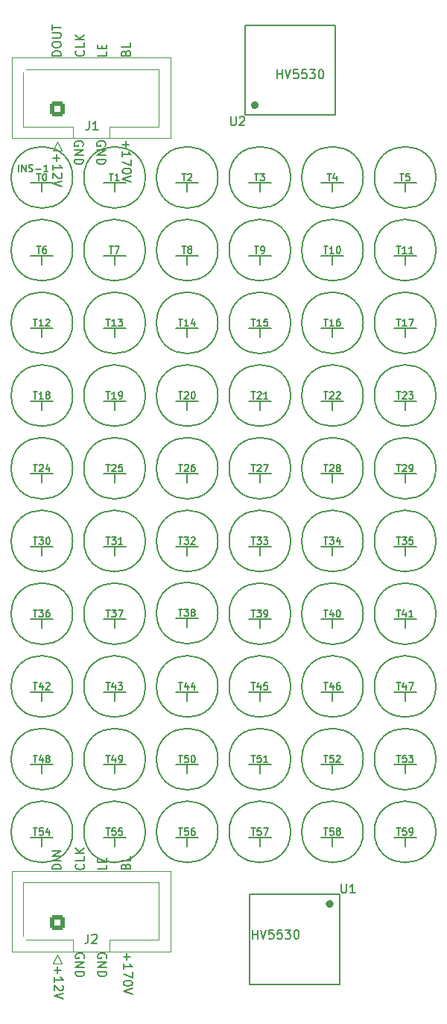
<source format=gto>
G04 #@! TF.GenerationSoftware,KiCad,Pcbnew,7.0.5*
G04 #@! TF.CreationDate,2023-09-06T13:43:01-04:00*
G04 #@! TF.ProjectId,INS-1 Matrix_DRC,494e532d-3120-44d6-9174-7269785f4452,rev?*
G04 #@! TF.SameCoordinates,Original*
G04 #@! TF.FileFunction,Legend,Top*
G04 #@! TF.FilePolarity,Positive*
%FSLAX46Y46*%
G04 Gerber Fmt 4.6, Leading zero omitted, Abs format (unit mm)*
G04 Created by KiCad (PCBNEW 7.0.5) date 2023-09-06 13:43:01*
%MOMM*%
%LPD*%
G01*
G04 APERTURE LIST*
G04 Aperture macros list*
%AMRoundRect*
0 Rectangle with rounded corners*
0 $1 Rounding radius*
0 $2 $3 $4 $5 $6 $7 $8 $9 X,Y pos of 4 corners*
0 Add a 4 corners polygon primitive as box body*
4,1,4,$2,$3,$4,$5,$6,$7,$8,$9,$2,$3,0*
0 Add four circle primitives for the rounded corners*
1,1,$1+$1,$2,$3*
1,1,$1+$1,$4,$5*
1,1,$1+$1,$6,$7*
1,1,$1+$1,$8,$9*
0 Add four rect primitives between the rounded corners*
20,1,$1+$1,$2,$3,$4,$5,0*
20,1,$1+$1,$4,$5,$6,$7,0*
20,1,$1+$1,$6,$7,$8,$9,0*
20,1,$1+$1,$8,$9,$2,$3,0*%
G04 Aperture macros list end*
%ADD10C,0.150000*%
%ADD11C,0.127000*%
%ADD12C,0.120000*%
%ADD13C,0.500000*%
%ADD14R,1.308000X1.308000*%
%ADD15C,1.308000*%
%ADD16RoundRect,0.250000X0.600000X-0.600000X0.600000X0.600000X-0.600000X0.600000X-0.600000X-0.600000X0*%
%ADD17C,1.700000*%
%ADD18R,0.550000X2.000000*%
%ADD19R,2.000000X0.550000*%
%ADD20C,3.200000*%
%ADD21C,1.152000*%
G04 APERTURE END LIST*
D10*
X64370009Y-44922887D02*
X64417628Y-44780030D01*
X64417628Y-44780030D02*
X64465247Y-44732411D01*
X64465247Y-44732411D02*
X64560485Y-44684792D01*
X64560485Y-44684792D02*
X64703342Y-44684792D01*
X64703342Y-44684792D02*
X64798580Y-44732411D01*
X64798580Y-44732411D02*
X64846200Y-44780030D01*
X64846200Y-44780030D02*
X64893819Y-44875268D01*
X64893819Y-44875268D02*
X64893819Y-45256220D01*
X64893819Y-45256220D02*
X63893819Y-45256220D01*
X63893819Y-45256220D02*
X63893819Y-44922887D01*
X63893819Y-44922887D02*
X63941438Y-44827649D01*
X63941438Y-44827649D02*
X63989057Y-44780030D01*
X63989057Y-44780030D02*
X64084295Y-44732411D01*
X64084295Y-44732411D02*
X64179533Y-44732411D01*
X64179533Y-44732411D02*
X64274771Y-44780030D01*
X64274771Y-44780030D02*
X64322390Y-44827649D01*
X64322390Y-44827649D02*
X64370009Y-44922887D01*
X64370009Y-44922887D02*
X64370009Y-45256220D01*
X64893819Y-43780030D02*
X64893819Y-44256220D01*
X64893819Y-44256220D02*
X63893819Y-44256220D01*
X56653133Y-148653779D02*
X56653133Y-149415684D01*
X56272180Y-149034731D02*
X57034085Y-149034731D01*
X56272180Y-150415683D02*
X56272180Y-149844255D01*
X56272180Y-150129969D02*
X57272180Y-150129969D01*
X57272180Y-150129969D02*
X57129323Y-150034731D01*
X57129323Y-150034731D02*
X57034085Y-149939493D01*
X57034085Y-149939493D02*
X56986466Y-149844255D01*
X57176942Y-150796636D02*
X57224561Y-150844255D01*
X57224561Y-150844255D02*
X57272180Y-150939493D01*
X57272180Y-150939493D02*
X57272180Y-151177588D01*
X57272180Y-151177588D02*
X57224561Y-151272826D01*
X57224561Y-151272826D02*
X57176942Y-151320445D01*
X57176942Y-151320445D02*
X57081704Y-151368064D01*
X57081704Y-151368064D02*
X56986466Y-151368064D01*
X56986466Y-151368064D02*
X56843609Y-151320445D01*
X56843609Y-151320445D02*
X56272180Y-150749017D01*
X56272180Y-150749017D02*
X56272180Y-151368064D01*
X57272180Y-151653779D02*
X56272180Y-151987112D01*
X56272180Y-151987112D02*
X57272180Y-152320445D01*
X59591580Y-137013792D02*
X59639200Y-137061411D01*
X59639200Y-137061411D02*
X59686819Y-137204268D01*
X59686819Y-137204268D02*
X59686819Y-137299506D01*
X59686819Y-137299506D02*
X59639200Y-137442363D01*
X59639200Y-137442363D02*
X59543961Y-137537601D01*
X59543961Y-137537601D02*
X59448723Y-137585220D01*
X59448723Y-137585220D02*
X59258247Y-137632839D01*
X59258247Y-137632839D02*
X59115390Y-137632839D01*
X59115390Y-137632839D02*
X58924914Y-137585220D01*
X58924914Y-137585220D02*
X58829676Y-137537601D01*
X58829676Y-137537601D02*
X58734438Y-137442363D01*
X58734438Y-137442363D02*
X58686819Y-137299506D01*
X58686819Y-137299506D02*
X58686819Y-137204268D01*
X58686819Y-137204268D02*
X58734438Y-137061411D01*
X58734438Y-137061411D02*
X58782057Y-137013792D01*
X59686819Y-136109030D02*
X59686819Y-136585220D01*
X59686819Y-136585220D02*
X58686819Y-136585220D01*
X59686819Y-135775696D02*
X58686819Y-135775696D01*
X59686819Y-135204268D02*
X59115390Y-135632839D01*
X58686819Y-135204268D02*
X59258247Y-135775696D01*
X59502561Y-55470588D02*
X59550180Y-55375350D01*
X59550180Y-55375350D02*
X59550180Y-55232493D01*
X59550180Y-55232493D02*
X59502561Y-55089636D01*
X59502561Y-55089636D02*
X59407323Y-54994398D01*
X59407323Y-54994398D02*
X59312085Y-54946779D01*
X59312085Y-54946779D02*
X59121609Y-54899160D01*
X59121609Y-54899160D02*
X58978752Y-54899160D01*
X58978752Y-54899160D02*
X58788276Y-54946779D01*
X58788276Y-54946779D02*
X58693038Y-54994398D01*
X58693038Y-54994398D02*
X58597800Y-55089636D01*
X58597800Y-55089636D02*
X58550180Y-55232493D01*
X58550180Y-55232493D02*
X58550180Y-55327731D01*
X58550180Y-55327731D02*
X58597800Y-55470588D01*
X58597800Y-55470588D02*
X58645419Y-55518207D01*
X58645419Y-55518207D02*
X58978752Y-55518207D01*
X58978752Y-55518207D02*
X58978752Y-55327731D01*
X58550180Y-55946779D02*
X59550180Y-55946779D01*
X59550180Y-55946779D02*
X58550180Y-56518207D01*
X58550180Y-56518207D02*
X59550180Y-56518207D01*
X58550180Y-56994398D02*
X59550180Y-56994398D01*
X59550180Y-56994398D02*
X59550180Y-57232493D01*
X59550180Y-57232493D02*
X59502561Y-57375350D01*
X59502561Y-57375350D02*
X59407323Y-57470588D01*
X59407323Y-57470588D02*
X59312085Y-57518207D01*
X59312085Y-57518207D02*
X59121609Y-57565826D01*
X59121609Y-57565826D02*
X58978752Y-57565826D01*
X58978752Y-57565826D02*
X58788276Y-57518207D01*
X58788276Y-57518207D02*
X58693038Y-57470588D01*
X58693038Y-57470588D02*
X58597800Y-57375350D01*
X58597800Y-57375350D02*
X58550180Y-57232493D01*
X58550180Y-57232493D02*
X58550180Y-56994398D01*
X64370009Y-137251887D02*
X64417628Y-137109030D01*
X64417628Y-137109030D02*
X64465247Y-137061411D01*
X64465247Y-137061411D02*
X64560485Y-137013792D01*
X64560485Y-137013792D02*
X64703342Y-137013792D01*
X64703342Y-137013792D02*
X64798580Y-137061411D01*
X64798580Y-137061411D02*
X64846200Y-137109030D01*
X64846200Y-137109030D02*
X64893819Y-137204268D01*
X64893819Y-137204268D02*
X64893819Y-137585220D01*
X64893819Y-137585220D02*
X63893819Y-137585220D01*
X63893819Y-137585220D02*
X63893819Y-137251887D01*
X63893819Y-137251887D02*
X63941438Y-137156649D01*
X63941438Y-137156649D02*
X63989057Y-137109030D01*
X63989057Y-137109030D02*
X64084295Y-137061411D01*
X64084295Y-137061411D02*
X64179533Y-137061411D01*
X64179533Y-137061411D02*
X64274771Y-137109030D01*
X64274771Y-137109030D02*
X64322390Y-137156649D01*
X64322390Y-137156649D02*
X64370009Y-137251887D01*
X64370009Y-137251887D02*
X64370009Y-137585220D01*
X64893819Y-136109030D02*
X64893819Y-136585220D01*
X64893819Y-136585220D02*
X63893819Y-136585220D01*
X62226819Y-44780030D02*
X62226819Y-45256220D01*
X62226819Y-45256220D02*
X61226819Y-45256220D01*
X61703009Y-44446696D02*
X61703009Y-44113363D01*
X62226819Y-43970506D02*
X62226819Y-44446696D01*
X62226819Y-44446696D02*
X61226819Y-44446696D01*
X61226819Y-44446696D02*
X61226819Y-43970506D01*
X62226819Y-137109030D02*
X62226819Y-137585220D01*
X62226819Y-137585220D02*
X61226819Y-137585220D01*
X61703009Y-136775696D02*
X61703009Y-136442363D01*
X62226819Y-136299506D02*
X62226819Y-136775696D01*
X62226819Y-136775696D02*
X61226819Y-136775696D01*
X61226819Y-136775696D02*
X61226819Y-136299506D01*
X57019819Y-137585220D02*
X56019819Y-137585220D01*
X56019819Y-137585220D02*
X56019819Y-137347125D01*
X56019819Y-137347125D02*
X56067438Y-137204268D01*
X56067438Y-137204268D02*
X56162676Y-137109030D01*
X56162676Y-137109030D02*
X56257914Y-137061411D01*
X56257914Y-137061411D02*
X56448390Y-137013792D01*
X56448390Y-137013792D02*
X56591247Y-137013792D01*
X56591247Y-137013792D02*
X56781723Y-137061411D01*
X56781723Y-137061411D02*
X56876961Y-137109030D01*
X56876961Y-137109030D02*
X56972200Y-137204268D01*
X56972200Y-137204268D02*
X57019819Y-137347125D01*
X57019819Y-137347125D02*
X57019819Y-137585220D01*
X57019819Y-136585220D02*
X56019819Y-136585220D01*
X57019819Y-136109030D02*
X56019819Y-136109030D01*
X56019819Y-136109030D02*
X57019819Y-135537602D01*
X57019819Y-135537602D02*
X56019819Y-135537602D01*
X59591580Y-44684792D02*
X59639200Y-44732411D01*
X59639200Y-44732411D02*
X59686819Y-44875268D01*
X59686819Y-44875268D02*
X59686819Y-44970506D01*
X59686819Y-44970506D02*
X59639200Y-45113363D01*
X59639200Y-45113363D02*
X59543961Y-45208601D01*
X59543961Y-45208601D02*
X59448723Y-45256220D01*
X59448723Y-45256220D02*
X59258247Y-45303839D01*
X59258247Y-45303839D02*
X59115390Y-45303839D01*
X59115390Y-45303839D02*
X58924914Y-45256220D01*
X58924914Y-45256220D02*
X58829676Y-45208601D01*
X58829676Y-45208601D02*
X58734438Y-45113363D01*
X58734438Y-45113363D02*
X58686819Y-44970506D01*
X58686819Y-44970506D02*
X58686819Y-44875268D01*
X58686819Y-44875268D02*
X58734438Y-44732411D01*
X58734438Y-44732411D02*
X58782057Y-44684792D01*
X59686819Y-43780030D02*
X59686819Y-44256220D01*
X59686819Y-44256220D02*
X58686819Y-44256220D01*
X59686819Y-43446696D02*
X58686819Y-43446696D01*
X59686819Y-42875268D02*
X59115390Y-43303839D01*
X58686819Y-42875268D02*
X59258247Y-43446696D01*
X57019819Y-45256220D02*
X56019819Y-45256220D01*
X56019819Y-45256220D02*
X56019819Y-45018125D01*
X56019819Y-45018125D02*
X56067438Y-44875268D01*
X56067438Y-44875268D02*
X56162676Y-44780030D01*
X56162676Y-44780030D02*
X56257914Y-44732411D01*
X56257914Y-44732411D02*
X56448390Y-44684792D01*
X56448390Y-44684792D02*
X56591247Y-44684792D01*
X56591247Y-44684792D02*
X56781723Y-44732411D01*
X56781723Y-44732411D02*
X56876961Y-44780030D01*
X56876961Y-44780030D02*
X56972200Y-44875268D01*
X56972200Y-44875268D02*
X57019819Y-45018125D01*
X57019819Y-45018125D02*
X57019819Y-45256220D01*
X56019819Y-44065744D02*
X56019819Y-43875268D01*
X56019819Y-43875268D02*
X56067438Y-43780030D01*
X56067438Y-43780030D02*
X56162676Y-43684792D01*
X56162676Y-43684792D02*
X56353152Y-43637173D01*
X56353152Y-43637173D02*
X56686485Y-43637173D01*
X56686485Y-43637173D02*
X56876961Y-43684792D01*
X56876961Y-43684792D02*
X56972200Y-43780030D01*
X56972200Y-43780030D02*
X57019819Y-43875268D01*
X57019819Y-43875268D02*
X57019819Y-44065744D01*
X57019819Y-44065744D02*
X56972200Y-44160982D01*
X56972200Y-44160982D02*
X56876961Y-44256220D01*
X56876961Y-44256220D02*
X56686485Y-44303839D01*
X56686485Y-44303839D02*
X56353152Y-44303839D01*
X56353152Y-44303839D02*
X56162676Y-44256220D01*
X56162676Y-44256220D02*
X56067438Y-44160982D01*
X56067438Y-44160982D02*
X56019819Y-44065744D01*
X56019819Y-43208601D02*
X56829342Y-43208601D01*
X56829342Y-43208601D02*
X56924580Y-43160982D01*
X56924580Y-43160982D02*
X56972200Y-43113363D01*
X56972200Y-43113363D02*
X57019819Y-43018125D01*
X57019819Y-43018125D02*
X57019819Y-42827649D01*
X57019819Y-42827649D02*
X56972200Y-42732411D01*
X56972200Y-42732411D02*
X56924580Y-42684792D01*
X56924580Y-42684792D02*
X56829342Y-42637173D01*
X56829342Y-42637173D02*
X56019819Y-42637173D01*
X56019819Y-42303839D02*
X56019819Y-41732411D01*
X57019819Y-42018125D02*
X56019819Y-42018125D01*
X62042561Y-55470588D02*
X62090180Y-55375350D01*
X62090180Y-55375350D02*
X62090180Y-55232493D01*
X62090180Y-55232493D02*
X62042561Y-55089636D01*
X62042561Y-55089636D02*
X61947323Y-54994398D01*
X61947323Y-54994398D02*
X61852085Y-54946779D01*
X61852085Y-54946779D02*
X61661609Y-54899160D01*
X61661609Y-54899160D02*
X61518752Y-54899160D01*
X61518752Y-54899160D02*
X61328276Y-54946779D01*
X61328276Y-54946779D02*
X61233038Y-54994398D01*
X61233038Y-54994398D02*
X61137800Y-55089636D01*
X61137800Y-55089636D02*
X61090180Y-55232493D01*
X61090180Y-55232493D02*
X61090180Y-55327731D01*
X61090180Y-55327731D02*
X61137800Y-55470588D01*
X61137800Y-55470588D02*
X61185419Y-55518207D01*
X61185419Y-55518207D02*
X61518752Y-55518207D01*
X61518752Y-55518207D02*
X61518752Y-55327731D01*
X61090180Y-55946779D02*
X62090180Y-55946779D01*
X62090180Y-55946779D02*
X61090180Y-56518207D01*
X61090180Y-56518207D02*
X62090180Y-56518207D01*
X61090180Y-56994398D02*
X62090180Y-56994398D01*
X62090180Y-56994398D02*
X62090180Y-57232493D01*
X62090180Y-57232493D02*
X62042561Y-57375350D01*
X62042561Y-57375350D02*
X61947323Y-57470588D01*
X61947323Y-57470588D02*
X61852085Y-57518207D01*
X61852085Y-57518207D02*
X61661609Y-57565826D01*
X61661609Y-57565826D02*
X61518752Y-57565826D01*
X61518752Y-57565826D02*
X61328276Y-57518207D01*
X61328276Y-57518207D02*
X61233038Y-57470588D01*
X61233038Y-57470588D02*
X61137800Y-57375350D01*
X61137800Y-57375350D02*
X61090180Y-57232493D01*
X61090180Y-57232493D02*
X61090180Y-56994398D01*
X64519133Y-147148779D02*
X64519133Y-147910684D01*
X64138180Y-147529731D02*
X64900085Y-147529731D01*
X64138180Y-148910683D02*
X64138180Y-148339255D01*
X64138180Y-148624969D02*
X65138180Y-148624969D01*
X65138180Y-148624969D02*
X64995323Y-148529731D01*
X64995323Y-148529731D02*
X64900085Y-148434493D01*
X64900085Y-148434493D02*
X64852466Y-148339255D01*
X65138180Y-149244017D02*
X65138180Y-149910683D01*
X65138180Y-149910683D02*
X64138180Y-149482112D01*
X65138180Y-150482112D02*
X65138180Y-150577350D01*
X65138180Y-150577350D02*
X65090561Y-150672588D01*
X65090561Y-150672588D02*
X65042942Y-150720207D01*
X65042942Y-150720207D02*
X64947704Y-150767826D01*
X64947704Y-150767826D02*
X64757228Y-150815445D01*
X64757228Y-150815445D02*
X64519133Y-150815445D01*
X64519133Y-150815445D02*
X64328657Y-150767826D01*
X64328657Y-150767826D02*
X64233419Y-150720207D01*
X64233419Y-150720207D02*
X64185800Y-150672588D01*
X64185800Y-150672588D02*
X64138180Y-150577350D01*
X64138180Y-150577350D02*
X64138180Y-150482112D01*
X64138180Y-150482112D02*
X64185800Y-150386874D01*
X64185800Y-150386874D02*
X64233419Y-150339255D01*
X64233419Y-150339255D02*
X64328657Y-150291636D01*
X64328657Y-150291636D02*
X64519133Y-150244017D01*
X64519133Y-150244017D02*
X64757228Y-150244017D01*
X64757228Y-150244017D02*
X64947704Y-150291636D01*
X64947704Y-150291636D02*
X65042942Y-150339255D01*
X65042942Y-150339255D02*
X65090561Y-150386874D01*
X65090561Y-150386874D02*
X65138180Y-150482112D01*
X65138180Y-151101160D02*
X64138180Y-151434493D01*
X64138180Y-151434493D02*
X65138180Y-151767826D01*
X64392133Y-54946779D02*
X64392133Y-55708684D01*
X64011180Y-55327731D02*
X64773085Y-55327731D01*
X64011180Y-56708683D02*
X64011180Y-56137255D01*
X64011180Y-56422969D02*
X65011180Y-56422969D01*
X65011180Y-56422969D02*
X64868323Y-56327731D01*
X64868323Y-56327731D02*
X64773085Y-56232493D01*
X64773085Y-56232493D02*
X64725466Y-56137255D01*
X65011180Y-57042017D02*
X65011180Y-57708683D01*
X65011180Y-57708683D02*
X64011180Y-57280112D01*
X65011180Y-58280112D02*
X65011180Y-58375350D01*
X65011180Y-58375350D02*
X64963561Y-58470588D01*
X64963561Y-58470588D02*
X64915942Y-58518207D01*
X64915942Y-58518207D02*
X64820704Y-58565826D01*
X64820704Y-58565826D02*
X64630228Y-58613445D01*
X64630228Y-58613445D02*
X64392133Y-58613445D01*
X64392133Y-58613445D02*
X64201657Y-58565826D01*
X64201657Y-58565826D02*
X64106419Y-58518207D01*
X64106419Y-58518207D02*
X64058800Y-58470588D01*
X64058800Y-58470588D02*
X64011180Y-58375350D01*
X64011180Y-58375350D02*
X64011180Y-58280112D01*
X64011180Y-58280112D02*
X64058800Y-58184874D01*
X64058800Y-58184874D02*
X64106419Y-58137255D01*
X64106419Y-58137255D02*
X64201657Y-58089636D01*
X64201657Y-58089636D02*
X64392133Y-58042017D01*
X64392133Y-58042017D02*
X64630228Y-58042017D01*
X64630228Y-58042017D02*
X64820704Y-58089636D01*
X64820704Y-58089636D02*
X64915942Y-58137255D01*
X64915942Y-58137255D02*
X64963561Y-58184874D01*
X64963561Y-58184874D02*
X65011180Y-58280112D01*
X65011180Y-58899160D02*
X64011180Y-59232493D01*
X64011180Y-59232493D02*
X65011180Y-59565826D01*
X56526133Y-56451779D02*
X56526133Y-57213684D01*
X56145180Y-56832731D02*
X56907085Y-56832731D01*
X56145180Y-58213683D02*
X56145180Y-57642255D01*
X56145180Y-57927969D02*
X57145180Y-57927969D01*
X57145180Y-57927969D02*
X57002323Y-57832731D01*
X57002323Y-57832731D02*
X56907085Y-57737493D01*
X56907085Y-57737493D02*
X56859466Y-57642255D01*
X57049942Y-58594636D02*
X57097561Y-58642255D01*
X57097561Y-58642255D02*
X57145180Y-58737493D01*
X57145180Y-58737493D02*
X57145180Y-58975588D01*
X57145180Y-58975588D02*
X57097561Y-59070826D01*
X57097561Y-59070826D02*
X57049942Y-59118445D01*
X57049942Y-59118445D02*
X56954704Y-59166064D01*
X56954704Y-59166064D02*
X56859466Y-59166064D01*
X56859466Y-59166064D02*
X56716609Y-59118445D01*
X56716609Y-59118445D02*
X56145180Y-58547017D01*
X56145180Y-58547017D02*
X56145180Y-59166064D01*
X57145180Y-59451779D02*
X56145180Y-59785112D01*
X56145180Y-59785112D02*
X57145180Y-60118445D01*
X59629561Y-147672588D02*
X59677180Y-147577350D01*
X59677180Y-147577350D02*
X59677180Y-147434493D01*
X59677180Y-147434493D02*
X59629561Y-147291636D01*
X59629561Y-147291636D02*
X59534323Y-147196398D01*
X59534323Y-147196398D02*
X59439085Y-147148779D01*
X59439085Y-147148779D02*
X59248609Y-147101160D01*
X59248609Y-147101160D02*
X59105752Y-147101160D01*
X59105752Y-147101160D02*
X58915276Y-147148779D01*
X58915276Y-147148779D02*
X58820038Y-147196398D01*
X58820038Y-147196398D02*
X58724800Y-147291636D01*
X58724800Y-147291636D02*
X58677180Y-147434493D01*
X58677180Y-147434493D02*
X58677180Y-147529731D01*
X58677180Y-147529731D02*
X58724800Y-147672588D01*
X58724800Y-147672588D02*
X58772419Y-147720207D01*
X58772419Y-147720207D02*
X59105752Y-147720207D01*
X59105752Y-147720207D02*
X59105752Y-147529731D01*
X58677180Y-148148779D02*
X59677180Y-148148779D01*
X59677180Y-148148779D02*
X58677180Y-148720207D01*
X58677180Y-148720207D02*
X59677180Y-148720207D01*
X58677180Y-149196398D02*
X59677180Y-149196398D01*
X59677180Y-149196398D02*
X59677180Y-149434493D01*
X59677180Y-149434493D02*
X59629561Y-149577350D01*
X59629561Y-149577350D02*
X59534323Y-149672588D01*
X59534323Y-149672588D02*
X59439085Y-149720207D01*
X59439085Y-149720207D02*
X59248609Y-149767826D01*
X59248609Y-149767826D02*
X59105752Y-149767826D01*
X59105752Y-149767826D02*
X58915276Y-149720207D01*
X58915276Y-149720207D02*
X58820038Y-149672588D01*
X58820038Y-149672588D02*
X58724800Y-149577350D01*
X58724800Y-149577350D02*
X58677180Y-149434493D01*
X58677180Y-149434493D02*
X58677180Y-149196398D01*
X62169561Y-147672588D02*
X62217180Y-147577350D01*
X62217180Y-147577350D02*
X62217180Y-147434493D01*
X62217180Y-147434493D02*
X62169561Y-147291636D01*
X62169561Y-147291636D02*
X62074323Y-147196398D01*
X62074323Y-147196398D02*
X61979085Y-147148779D01*
X61979085Y-147148779D02*
X61788609Y-147101160D01*
X61788609Y-147101160D02*
X61645752Y-147101160D01*
X61645752Y-147101160D02*
X61455276Y-147148779D01*
X61455276Y-147148779D02*
X61360038Y-147196398D01*
X61360038Y-147196398D02*
X61264800Y-147291636D01*
X61264800Y-147291636D02*
X61217180Y-147434493D01*
X61217180Y-147434493D02*
X61217180Y-147529731D01*
X61217180Y-147529731D02*
X61264800Y-147672588D01*
X61264800Y-147672588D02*
X61312419Y-147720207D01*
X61312419Y-147720207D02*
X61645752Y-147720207D01*
X61645752Y-147720207D02*
X61645752Y-147529731D01*
X61217180Y-148148779D02*
X62217180Y-148148779D01*
X62217180Y-148148779D02*
X61217180Y-148720207D01*
X61217180Y-148720207D02*
X62217180Y-148720207D01*
X61217180Y-149196398D02*
X62217180Y-149196398D01*
X62217180Y-149196398D02*
X62217180Y-149434493D01*
X62217180Y-149434493D02*
X62169561Y-149577350D01*
X62169561Y-149577350D02*
X62074323Y-149672588D01*
X62074323Y-149672588D02*
X61979085Y-149720207D01*
X61979085Y-149720207D02*
X61788609Y-149767826D01*
X61788609Y-149767826D02*
X61645752Y-149767826D01*
X61645752Y-149767826D02*
X61455276Y-149720207D01*
X61455276Y-149720207D02*
X61360038Y-149672588D01*
X61360038Y-149672588D02*
X61264800Y-149577350D01*
X61264800Y-149577350D02*
X61217180Y-149434493D01*
X61217180Y-149434493D02*
X61217180Y-149196398D01*
X78654121Y-132919065D02*
X79104065Y-132919065D01*
X78879093Y-133706467D02*
X78879093Y-132919065D01*
X79741486Y-132919065D02*
X79366532Y-132919065D01*
X79366532Y-132919065D02*
X79329037Y-133294018D01*
X79329037Y-133294018D02*
X79366532Y-133256523D01*
X79366532Y-133256523D02*
X79441523Y-133219028D01*
X79441523Y-133219028D02*
X79629000Y-133219028D01*
X79629000Y-133219028D02*
X79703990Y-133256523D01*
X79703990Y-133256523D02*
X79741486Y-133294018D01*
X79741486Y-133294018D02*
X79778981Y-133369009D01*
X79778981Y-133369009D02*
X79778981Y-133556486D01*
X79778981Y-133556486D02*
X79741486Y-133631476D01*
X79741486Y-133631476D02*
X79703990Y-133668972D01*
X79703990Y-133668972D02*
X79629000Y-133706467D01*
X79629000Y-133706467D02*
X79441523Y-133706467D01*
X79441523Y-133706467D02*
X79366532Y-133668972D01*
X79366532Y-133668972D02*
X79329037Y-133631476D01*
X80041449Y-132919065D02*
X80566383Y-132919065D01*
X80566383Y-132919065D02*
X80228925Y-133706467D01*
X70399121Y-75134065D02*
X70849065Y-75134065D01*
X70624093Y-75921467D02*
X70624093Y-75134065D01*
X71523981Y-75921467D02*
X71074037Y-75921467D01*
X71299009Y-75921467D02*
X71299009Y-75134065D01*
X71299009Y-75134065D02*
X71224018Y-75246551D01*
X71224018Y-75246551D02*
X71149028Y-75321542D01*
X71149028Y-75321542D02*
X71074037Y-75359037D01*
X72198897Y-75396532D02*
X72198897Y-75921467D01*
X72011421Y-75096570D02*
X71823944Y-75659000D01*
X71823944Y-75659000D02*
X72311383Y-75659000D01*
X53889121Y-124664065D02*
X54339065Y-124664065D01*
X54114093Y-125451467D02*
X54114093Y-124664065D01*
X54938990Y-124926532D02*
X54938990Y-125451467D01*
X54751514Y-124626570D02*
X54564037Y-125189000D01*
X54564037Y-125189000D02*
X55051476Y-125189000D01*
X55463925Y-125001523D02*
X55388935Y-124964028D01*
X55388935Y-124964028D02*
X55351439Y-124926532D01*
X55351439Y-124926532D02*
X55313944Y-124851542D01*
X55313944Y-124851542D02*
X55313944Y-124814046D01*
X55313944Y-124814046D02*
X55351439Y-124739056D01*
X55351439Y-124739056D02*
X55388935Y-124701560D01*
X55388935Y-124701560D02*
X55463925Y-124664065D01*
X55463925Y-124664065D02*
X55613907Y-124664065D01*
X55613907Y-124664065D02*
X55688897Y-124701560D01*
X55688897Y-124701560D02*
X55726393Y-124739056D01*
X55726393Y-124739056D02*
X55763888Y-124814046D01*
X55763888Y-124814046D02*
X55763888Y-124851542D01*
X55763888Y-124851542D02*
X55726393Y-124926532D01*
X55726393Y-124926532D02*
X55688897Y-124964028D01*
X55688897Y-124964028D02*
X55613907Y-125001523D01*
X55613907Y-125001523D02*
X55463925Y-125001523D01*
X55463925Y-125001523D02*
X55388935Y-125039018D01*
X55388935Y-125039018D02*
X55351439Y-125076514D01*
X55351439Y-125076514D02*
X55313944Y-125151504D01*
X55313944Y-125151504D02*
X55313944Y-125301486D01*
X55313944Y-125301486D02*
X55351439Y-125376476D01*
X55351439Y-125376476D02*
X55388935Y-125413972D01*
X55388935Y-125413972D02*
X55463925Y-125451467D01*
X55463925Y-125451467D02*
X55613907Y-125451467D01*
X55613907Y-125451467D02*
X55688897Y-125413972D01*
X55688897Y-125413972D02*
X55726393Y-125376476D01*
X55726393Y-125376476D02*
X55763888Y-125301486D01*
X55763888Y-125301486D02*
X55763888Y-125151504D01*
X55763888Y-125151504D02*
X55726393Y-125076514D01*
X55726393Y-125076514D02*
X55688897Y-125039018D01*
X55688897Y-125039018D02*
X55613907Y-125001523D01*
X70399121Y-124664065D02*
X70849065Y-124664065D01*
X70624093Y-125451467D02*
X70624093Y-124664065D01*
X71486486Y-124664065D02*
X71111532Y-124664065D01*
X71111532Y-124664065D02*
X71074037Y-125039018D01*
X71074037Y-125039018D02*
X71111532Y-125001523D01*
X71111532Y-125001523D02*
X71186523Y-124964028D01*
X71186523Y-124964028D02*
X71374000Y-124964028D01*
X71374000Y-124964028D02*
X71448990Y-125001523D01*
X71448990Y-125001523D02*
X71486486Y-125039018D01*
X71486486Y-125039018D02*
X71523981Y-125114009D01*
X71523981Y-125114009D02*
X71523981Y-125301486D01*
X71523981Y-125301486D02*
X71486486Y-125376476D01*
X71486486Y-125376476D02*
X71448990Y-125413972D01*
X71448990Y-125413972D02*
X71374000Y-125451467D01*
X71374000Y-125451467D02*
X71186523Y-125451467D01*
X71186523Y-125451467D02*
X71111532Y-125413972D01*
X71111532Y-125413972D02*
X71074037Y-125376476D01*
X72011421Y-124664065D02*
X72086411Y-124664065D01*
X72086411Y-124664065D02*
X72161402Y-124701560D01*
X72161402Y-124701560D02*
X72198897Y-124739056D01*
X72198897Y-124739056D02*
X72236393Y-124814046D01*
X72236393Y-124814046D02*
X72273888Y-124964028D01*
X72273888Y-124964028D02*
X72273888Y-125151504D01*
X72273888Y-125151504D02*
X72236393Y-125301486D01*
X72236393Y-125301486D02*
X72198897Y-125376476D01*
X72198897Y-125376476D02*
X72161402Y-125413972D01*
X72161402Y-125413972D02*
X72086411Y-125451467D01*
X72086411Y-125451467D02*
X72011421Y-125451467D01*
X72011421Y-125451467D02*
X71936430Y-125413972D01*
X71936430Y-125413972D02*
X71898935Y-125376476D01*
X71898935Y-125376476D02*
X71861439Y-125301486D01*
X71861439Y-125301486D02*
X71823944Y-125151504D01*
X71823944Y-125151504D02*
X71823944Y-124964028D01*
X71823944Y-124964028D02*
X71861439Y-124814046D01*
X71861439Y-124814046D02*
X71898935Y-124739056D01*
X71898935Y-124739056D02*
X71936430Y-124701560D01*
X71936430Y-124701560D02*
X72011421Y-124664065D01*
X70399121Y-116409065D02*
X70849065Y-116409065D01*
X70624093Y-117196467D02*
X70624093Y-116409065D01*
X71448990Y-116671532D02*
X71448990Y-117196467D01*
X71261514Y-116371570D02*
X71074037Y-116934000D01*
X71074037Y-116934000D02*
X71561476Y-116934000D01*
X72198897Y-116671532D02*
X72198897Y-117196467D01*
X72011421Y-116371570D02*
X71823944Y-116934000D01*
X71823944Y-116934000D02*
X72311383Y-116934000D01*
X70399121Y-132919065D02*
X70849065Y-132919065D01*
X70624093Y-133706467D02*
X70624093Y-132919065D01*
X71486486Y-132919065D02*
X71111532Y-132919065D01*
X71111532Y-132919065D02*
X71074037Y-133294018D01*
X71074037Y-133294018D02*
X71111532Y-133256523D01*
X71111532Y-133256523D02*
X71186523Y-133219028D01*
X71186523Y-133219028D02*
X71374000Y-133219028D01*
X71374000Y-133219028D02*
X71448990Y-133256523D01*
X71448990Y-133256523D02*
X71486486Y-133294018D01*
X71486486Y-133294018D02*
X71523981Y-133369009D01*
X71523981Y-133369009D02*
X71523981Y-133556486D01*
X71523981Y-133556486D02*
X71486486Y-133631476D01*
X71486486Y-133631476D02*
X71448990Y-133668972D01*
X71448990Y-133668972D02*
X71374000Y-133706467D01*
X71374000Y-133706467D02*
X71186523Y-133706467D01*
X71186523Y-133706467D02*
X71111532Y-133668972D01*
X71111532Y-133668972D02*
X71074037Y-133631476D01*
X72198897Y-132919065D02*
X72048916Y-132919065D01*
X72048916Y-132919065D02*
X71973925Y-132956560D01*
X71973925Y-132956560D02*
X71936430Y-132994056D01*
X71936430Y-132994056D02*
X71861439Y-133106542D01*
X71861439Y-133106542D02*
X71823944Y-133256523D01*
X71823944Y-133256523D02*
X71823944Y-133556486D01*
X71823944Y-133556486D02*
X71861439Y-133631476D01*
X71861439Y-133631476D02*
X71898935Y-133668972D01*
X71898935Y-133668972D02*
X71973925Y-133706467D01*
X71973925Y-133706467D02*
X72123907Y-133706467D01*
X72123907Y-133706467D02*
X72198897Y-133668972D01*
X72198897Y-133668972D02*
X72236393Y-133631476D01*
X72236393Y-133631476D02*
X72273888Y-133556486D01*
X72273888Y-133556486D02*
X72273888Y-133369009D01*
X72273888Y-133369009D02*
X72236393Y-133294018D01*
X72236393Y-133294018D02*
X72198897Y-133256523D01*
X72198897Y-133256523D02*
X72123907Y-133219028D01*
X72123907Y-133219028D02*
X71973925Y-133219028D01*
X71973925Y-133219028D02*
X71898935Y-133256523D01*
X71898935Y-133256523D02*
X71861439Y-133294018D01*
X71861439Y-133294018D02*
X71823944Y-133369009D01*
X53889121Y-83389065D02*
X54339065Y-83389065D01*
X54114093Y-84176467D02*
X54114093Y-83389065D01*
X55013981Y-84176467D02*
X54564037Y-84176467D01*
X54789009Y-84176467D02*
X54789009Y-83389065D01*
X54789009Y-83389065D02*
X54714018Y-83501551D01*
X54714018Y-83501551D02*
X54639028Y-83576542D01*
X54639028Y-83576542D02*
X54564037Y-83614037D01*
X55463925Y-83726523D02*
X55388935Y-83689028D01*
X55388935Y-83689028D02*
X55351439Y-83651532D01*
X55351439Y-83651532D02*
X55313944Y-83576542D01*
X55313944Y-83576542D02*
X55313944Y-83539046D01*
X55313944Y-83539046D02*
X55351439Y-83464056D01*
X55351439Y-83464056D02*
X55388935Y-83426560D01*
X55388935Y-83426560D02*
X55463925Y-83389065D01*
X55463925Y-83389065D02*
X55613907Y-83389065D01*
X55613907Y-83389065D02*
X55688897Y-83426560D01*
X55688897Y-83426560D02*
X55726393Y-83464056D01*
X55726393Y-83464056D02*
X55763888Y-83539046D01*
X55763888Y-83539046D02*
X55763888Y-83576542D01*
X55763888Y-83576542D02*
X55726393Y-83651532D01*
X55726393Y-83651532D02*
X55688897Y-83689028D01*
X55688897Y-83689028D02*
X55613907Y-83726523D01*
X55613907Y-83726523D02*
X55463925Y-83726523D01*
X55463925Y-83726523D02*
X55388935Y-83764018D01*
X55388935Y-83764018D02*
X55351439Y-83801514D01*
X55351439Y-83801514D02*
X55313944Y-83876504D01*
X55313944Y-83876504D02*
X55313944Y-84026486D01*
X55313944Y-84026486D02*
X55351439Y-84101476D01*
X55351439Y-84101476D02*
X55388935Y-84138972D01*
X55388935Y-84138972D02*
X55463925Y-84176467D01*
X55463925Y-84176467D02*
X55613907Y-84176467D01*
X55613907Y-84176467D02*
X55688897Y-84138972D01*
X55688897Y-84138972D02*
X55726393Y-84101476D01*
X55726393Y-84101476D02*
X55763888Y-84026486D01*
X55763888Y-84026486D02*
X55763888Y-83876504D01*
X55763888Y-83876504D02*
X55726393Y-83801514D01*
X55726393Y-83801514D02*
X55688897Y-83764018D01*
X55688897Y-83764018D02*
X55613907Y-83726523D01*
X78654121Y-108154065D02*
X79104065Y-108154065D01*
X78879093Y-108941467D02*
X78879093Y-108154065D01*
X79291542Y-108154065D02*
X79778981Y-108154065D01*
X79778981Y-108154065D02*
X79516514Y-108454028D01*
X79516514Y-108454028D02*
X79629000Y-108454028D01*
X79629000Y-108454028D02*
X79703990Y-108491523D01*
X79703990Y-108491523D02*
X79741486Y-108529018D01*
X79741486Y-108529018D02*
X79778981Y-108604009D01*
X79778981Y-108604009D02*
X79778981Y-108791486D01*
X79778981Y-108791486D02*
X79741486Y-108866476D01*
X79741486Y-108866476D02*
X79703990Y-108903972D01*
X79703990Y-108903972D02*
X79629000Y-108941467D01*
X79629000Y-108941467D02*
X79404028Y-108941467D01*
X79404028Y-108941467D02*
X79329037Y-108903972D01*
X79329037Y-108903972D02*
X79291542Y-108866476D01*
X80153935Y-108941467D02*
X80303916Y-108941467D01*
X80303916Y-108941467D02*
X80378907Y-108903972D01*
X80378907Y-108903972D02*
X80416402Y-108866476D01*
X80416402Y-108866476D02*
X80491393Y-108753990D01*
X80491393Y-108753990D02*
X80528888Y-108604009D01*
X80528888Y-108604009D02*
X80528888Y-108304046D01*
X80528888Y-108304046D02*
X80491393Y-108229056D01*
X80491393Y-108229056D02*
X80453897Y-108191560D01*
X80453897Y-108191560D02*
X80378907Y-108154065D01*
X80378907Y-108154065D02*
X80228925Y-108154065D01*
X80228925Y-108154065D02*
X80153935Y-108191560D01*
X80153935Y-108191560D02*
X80116439Y-108229056D01*
X80116439Y-108229056D02*
X80078944Y-108304046D01*
X80078944Y-108304046D02*
X80078944Y-108491523D01*
X80078944Y-108491523D02*
X80116439Y-108566514D01*
X80116439Y-108566514D02*
X80153935Y-108604009D01*
X80153935Y-108604009D02*
X80228925Y-108641504D01*
X80228925Y-108641504D02*
X80378907Y-108641504D01*
X80378907Y-108641504D02*
X80453897Y-108604009D01*
X80453897Y-108604009D02*
X80491393Y-108566514D01*
X80491393Y-108566514D02*
X80528888Y-108491523D01*
X60118666Y-144996819D02*
X60118666Y-145711104D01*
X60118666Y-145711104D02*
X60071047Y-145853961D01*
X60071047Y-145853961D02*
X59975809Y-145949200D01*
X59975809Y-145949200D02*
X59832952Y-145996819D01*
X59832952Y-145996819D02*
X59737714Y-145996819D01*
X60547238Y-145092057D02*
X60594857Y-145044438D01*
X60594857Y-145044438D02*
X60690095Y-144996819D01*
X60690095Y-144996819D02*
X60928190Y-144996819D01*
X60928190Y-144996819D02*
X61023428Y-145044438D01*
X61023428Y-145044438D02*
X61071047Y-145092057D01*
X61071047Y-145092057D02*
X61118666Y-145187295D01*
X61118666Y-145187295D02*
X61118666Y-145282533D01*
X61118666Y-145282533D02*
X61071047Y-145425390D01*
X61071047Y-145425390D02*
X60499619Y-145996819D01*
X60499619Y-145996819D02*
X61118666Y-145996819D01*
X88900095Y-139281819D02*
X88900095Y-140091342D01*
X88900095Y-140091342D02*
X88947714Y-140186580D01*
X88947714Y-140186580D02*
X88995333Y-140234200D01*
X88995333Y-140234200D02*
X89090571Y-140281819D01*
X89090571Y-140281819D02*
X89281047Y-140281819D01*
X89281047Y-140281819D02*
X89376285Y-140234200D01*
X89376285Y-140234200D02*
X89423904Y-140186580D01*
X89423904Y-140186580D02*
X89471523Y-140091342D01*
X89471523Y-140091342D02*
X89471523Y-139281819D01*
X90471523Y-140281819D02*
X89900095Y-140281819D01*
X90185809Y-140281819D02*
X90185809Y-139281819D01*
X90185809Y-139281819D02*
X90090571Y-139424676D01*
X90090571Y-139424676D02*
X89995333Y-139519914D01*
X89995333Y-139519914D02*
X89900095Y-139567533D01*
X78787952Y-145488819D02*
X78787952Y-144488819D01*
X78787952Y-144965009D02*
X79359380Y-144965009D01*
X79359380Y-145488819D02*
X79359380Y-144488819D01*
X79692714Y-144488819D02*
X80026047Y-145488819D01*
X80026047Y-145488819D02*
X80359380Y-144488819D01*
X81168904Y-144488819D02*
X80692714Y-144488819D01*
X80692714Y-144488819D02*
X80645095Y-144965009D01*
X80645095Y-144965009D02*
X80692714Y-144917390D01*
X80692714Y-144917390D02*
X80787952Y-144869771D01*
X80787952Y-144869771D02*
X81026047Y-144869771D01*
X81026047Y-144869771D02*
X81121285Y-144917390D01*
X81121285Y-144917390D02*
X81168904Y-144965009D01*
X81168904Y-144965009D02*
X81216523Y-145060247D01*
X81216523Y-145060247D02*
X81216523Y-145298342D01*
X81216523Y-145298342D02*
X81168904Y-145393580D01*
X81168904Y-145393580D02*
X81121285Y-145441200D01*
X81121285Y-145441200D02*
X81026047Y-145488819D01*
X81026047Y-145488819D02*
X80787952Y-145488819D01*
X80787952Y-145488819D02*
X80692714Y-145441200D01*
X80692714Y-145441200D02*
X80645095Y-145393580D01*
X82121285Y-144488819D02*
X81645095Y-144488819D01*
X81645095Y-144488819D02*
X81597476Y-144965009D01*
X81597476Y-144965009D02*
X81645095Y-144917390D01*
X81645095Y-144917390D02*
X81740333Y-144869771D01*
X81740333Y-144869771D02*
X81978428Y-144869771D01*
X81978428Y-144869771D02*
X82073666Y-144917390D01*
X82073666Y-144917390D02*
X82121285Y-144965009D01*
X82121285Y-144965009D02*
X82168904Y-145060247D01*
X82168904Y-145060247D02*
X82168904Y-145298342D01*
X82168904Y-145298342D02*
X82121285Y-145393580D01*
X82121285Y-145393580D02*
X82073666Y-145441200D01*
X82073666Y-145441200D02*
X81978428Y-145488819D01*
X81978428Y-145488819D02*
X81740333Y-145488819D01*
X81740333Y-145488819D02*
X81645095Y-145441200D01*
X81645095Y-145441200D02*
X81597476Y-145393580D01*
X82502238Y-144488819D02*
X83121285Y-144488819D01*
X83121285Y-144488819D02*
X82787952Y-144869771D01*
X82787952Y-144869771D02*
X82930809Y-144869771D01*
X82930809Y-144869771D02*
X83026047Y-144917390D01*
X83026047Y-144917390D02*
X83073666Y-144965009D01*
X83073666Y-144965009D02*
X83121285Y-145060247D01*
X83121285Y-145060247D02*
X83121285Y-145298342D01*
X83121285Y-145298342D02*
X83073666Y-145393580D01*
X83073666Y-145393580D02*
X83026047Y-145441200D01*
X83026047Y-145441200D02*
X82930809Y-145488819D01*
X82930809Y-145488819D02*
X82645095Y-145488819D01*
X82645095Y-145488819D02*
X82549857Y-145441200D01*
X82549857Y-145441200D02*
X82502238Y-145393580D01*
X83740333Y-144488819D02*
X83835571Y-144488819D01*
X83835571Y-144488819D02*
X83930809Y-144536438D01*
X83930809Y-144536438D02*
X83978428Y-144584057D01*
X83978428Y-144584057D02*
X84026047Y-144679295D01*
X84026047Y-144679295D02*
X84073666Y-144869771D01*
X84073666Y-144869771D02*
X84073666Y-145107866D01*
X84073666Y-145107866D02*
X84026047Y-145298342D01*
X84026047Y-145298342D02*
X83978428Y-145393580D01*
X83978428Y-145393580D02*
X83930809Y-145441200D01*
X83930809Y-145441200D02*
X83835571Y-145488819D01*
X83835571Y-145488819D02*
X83740333Y-145488819D01*
X83740333Y-145488819D02*
X83645095Y-145441200D01*
X83645095Y-145441200D02*
X83597476Y-145393580D01*
X83597476Y-145393580D02*
X83549857Y-145298342D01*
X83549857Y-145298342D02*
X83502238Y-145107866D01*
X83502238Y-145107866D02*
X83502238Y-144869771D01*
X83502238Y-144869771D02*
X83549857Y-144679295D01*
X83549857Y-144679295D02*
X83597476Y-144584057D01*
X83597476Y-144584057D02*
X83645095Y-144536438D01*
X83645095Y-144536438D02*
X83740333Y-144488819D01*
X62519074Y-58624065D02*
X62969018Y-58624065D01*
X62744046Y-59411467D02*
X62744046Y-58624065D01*
X63643934Y-59411467D02*
X63193990Y-59411467D01*
X63418962Y-59411467D02*
X63418962Y-58624065D01*
X63418962Y-58624065D02*
X63343971Y-58736551D01*
X63343971Y-58736551D02*
X63268981Y-58811542D01*
X63268981Y-58811542D02*
X63193990Y-58849037D01*
X86909121Y-66879065D02*
X87359065Y-66879065D01*
X87134093Y-67666467D02*
X87134093Y-66879065D01*
X88033981Y-67666467D02*
X87584037Y-67666467D01*
X87809009Y-67666467D02*
X87809009Y-66879065D01*
X87809009Y-66879065D02*
X87734018Y-66991551D01*
X87734018Y-66991551D02*
X87659028Y-67066542D01*
X87659028Y-67066542D02*
X87584037Y-67104037D01*
X88521421Y-66879065D02*
X88596411Y-66879065D01*
X88596411Y-66879065D02*
X88671402Y-66916560D01*
X88671402Y-66916560D02*
X88708897Y-66954056D01*
X88708897Y-66954056D02*
X88746393Y-67029046D01*
X88746393Y-67029046D02*
X88783888Y-67179028D01*
X88783888Y-67179028D02*
X88783888Y-67366504D01*
X88783888Y-67366504D02*
X88746393Y-67516486D01*
X88746393Y-67516486D02*
X88708897Y-67591476D01*
X88708897Y-67591476D02*
X88671402Y-67628972D01*
X88671402Y-67628972D02*
X88596411Y-67666467D01*
X88596411Y-67666467D02*
X88521421Y-67666467D01*
X88521421Y-67666467D02*
X88446430Y-67628972D01*
X88446430Y-67628972D02*
X88408935Y-67591476D01*
X88408935Y-67591476D02*
X88371439Y-67516486D01*
X88371439Y-67516486D02*
X88333944Y-67366504D01*
X88333944Y-67366504D02*
X88333944Y-67179028D01*
X88333944Y-67179028D02*
X88371439Y-67029046D01*
X88371439Y-67029046D02*
X88408935Y-66954056D01*
X88408935Y-66954056D02*
X88446430Y-66916560D01*
X88446430Y-66916560D02*
X88521421Y-66879065D01*
X95164121Y-66879065D02*
X95614065Y-66879065D01*
X95389093Y-67666467D02*
X95389093Y-66879065D01*
X96288981Y-67666467D02*
X95839037Y-67666467D01*
X96064009Y-67666467D02*
X96064009Y-66879065D01*
X96064009Y-66879065D02*
X95989018Y-66991551D01*
X95989018Y-66991551D02*
X95914028Y-67066542D01*
X95914028Y-67066542D02*
X95839037Y-67104037D01*
X97038888Y-67666467D02*
X96588944Y-67666467D01*
X96813916Y-67666467D02*
X96813916Y-66879065D01*
X96813916Y-66879065D02*
X96738925Y-66991551D01*
X96738925Y-66991551D02*
X96663935Y-67066542D01*
X96663935Y-67066542D02*
X96588944Y-67104037D01*
X76327095Y-52159819D02*
X76327095Y-52969342D01*
X76327095Y-52969342D02*
X76374714Y-53064580D01*
X76374714Y-53064580D02*
X76422333Y-53112200D01*
X76422333Y-53112200D02*
X76517571Y-53159819D01*
X76517571Y-53159819D02*
X76708047Y-53159819D01*
X76708047Y-53159819D02*
X76803285Y-53112200D01*
X76803285Y-53112200D02*
X76850904Y-53064580D01*
X76850904Y-53064580D02*
X76898523Y-52969342D01*
X76898523Y-52969342D02*
X76898523Y-52159819D01*
X77327095Y-52255057D02*
X77374714Y-52207438D01*
X77374714Y-52207438D02*
X77469952Y-52159819D01*
X77469952Y-52159819D02*
X77708047Y-52159819D01*
X77708047Y-52159819D02*
X77803285Y-52207438D01*
X77803285Y-52207438D02*
X77850904Y-52255057D01*
X77850904Y-52255057D02*
X77898523Y-52350295D01*
X77898523Y-52350295D02*
X77898523Y-52445533D01*
X77898523Y-52445533D02*
X77850904Y-52588390D01*
X77850904Y-52588390D02*
X77279476Y-53159819D01*
X77279476Y-53159819D02*
X77898523Y-53159819D01*
X81581952Y-47825819D02*
X81581952Y-46825819D01*
X81581952Y-47302009D02*
X82153380Y-47302009D01*
X82153380Y-47825819D02*
X82153380Y-46825819D01*
X82486714Y-46825819D02*
X82820047Y-47825819D01*
X82820047Y-47825819D02*
X83153380Y-46825819D01*
X83962904Y-46825819D02*
X83486714Y-46825819D01*
X83486714Y-46825819D02*
X83439095Y-47302009D01*
X83439095Y-47302009D02*
X83486714Y-47254390D01*
X83486714Y-47254390D02*
X83581952Y-47206771D01*
X83581952Y-47206771D02*
X83820047Y-47206771D01*
X83820047Y-47206771D02*
X83915285Y-47254390D01*
X83915285Y-47254390D02*
X83962904Y-47302009D01*
X83962904Y-47302009D02*
X84010523Y-47397247D01*
X84010523Y-47397247D02*
X84010523Y-47635342D01*
X84010523Y-47635342D02*
X83962904Y-47730580D01*
X83962904Y-47730580D02*
X83915285Y-47778200D01*
X83915285Y-47778200D02*
X83820047Y-47825819D01*
X83820047Y-47825819D02*
X83581952Y-47825819D01*
X83581952Y-47825819D02*
X83486714Y-47778200D01*
X83486714Y-47778200D02*
X83439095Y-47730580D01*
X84915285Y-46825819D02*
X84439095Y-46825819D01*
X84439095Y-46825819D02*
X84391476Y-47302009D01*
X84391476Y-47302009D02*
X84439095Y-47254390D01*
X84439095Y-47254390D02*
X84534333Y-47206771D01*
X84534333Y-47206771D02*
X84772428Y-47206771D01*
X84772428Y-47206771D02*
X84867666Y-47254390D01*
X84867666Y-47254390D02*
X84915285Y-47302009D01*
X84915285Y-47302009D02*
X84962904Y-47397247D01*
X84962904Y-47397247D02*
X84962904Y-47635342D01*
X84962904Y-47635342D02*
X84915285Y-47730580D01*
X84915285Y-47730580D02*
X84867666Y-47778200D01*
X84867666Y-47778200D02*
X84772428Y-47825819D01*
X84772428Y-47825819D02*
X84534333Y-47825819D01*
X84534333Y-47825819D02*
X84439095Y-47778200D01*
X84439095Y-47778200D02*
X84391476Y-47730580D01*
X85296238Y-46825819D02*
X85915285Y-46825819D01*
X85915285Y-46825819D02*
X85581952Y-47206771D01*
X85581952Y-47206771D02*
X85724809Y-47206771D01*
X85724809Y-47206771D02*
X85820047Y-47254390D01*
X85820047Y-47254390D02*
X85867666Y-47302009D01*
X85867666Y-47302009D02*
X85915285Y-47397247D01*
X85915285Y-47397247D02*
X85915285Y-47635342D01*
X85915285Y-47635342D02*
X85867666Y-47730580D01*
X85867666Y-47730580D02*
X85820047Y-47778200D01*
X85820047Y-47778200D02*
X85724809Y-47825819D01*
X85724809Y-47825819D02*
X85439095Y-47825819D01*
X85439095Y-47825819D02*
X85343857Y-47778200D01*
X85343857Y-47778200D02*
X85296238Y-47730580D01*
X86534333Y-46825819D02*
X86629571Y-46825819D01*
X86629571Y-46825819D02*
X86724809Y-46873438D01*
X86724809Y-46873438D02*
X86772428Y-46921057D01*
X86772428Y-46921057D02*
X86820047Y-47016295D01*
X86820047Y-47016295D02*
X86867666Y-47206771D01*
X86867666Y-47206771D02*
X86867666Y-47444866D01*
X86867666Y-47444866D02*
X86820047Y-47635342D01*
X86820047Y-47635342D02*
X86772428Y-47730580D01*
X86772428Y-47730580D02*
X86724809Y-47778200D01*
X86724809Y-47778200D02*
X86629571Y-47825819D01*
X86629571Y-47825819D02*
X86534333Y-47825819D01*
X86534333Y-47825819D02*
X86439095Y-47778200D01*
X86439095Y-47778200D02*
X86391476Y-47730580D01*
X86391476Y-47730580D02*
X86343857Y-47635342D01*
X86343857Y-47635342D02*
X86296238Y-47444866D01*
X86296238Y-47444866D02*
X86296238Y-47206771D01*
X86296238Y-47206771D02*
X86343857Y-47016295D01*
X86343857Y-47016295D02*
X86391476Y-46921057D01*
X86391476Y-46921057D02*
X86439095Y-46873438D01*
X86439095Y-46873438D02*
X86534333Y-46825819D01*
X62144121Y-83389065D02*
X62594065Y-83389065D01*
X62369093Y-84176467D02*
X62369093Y-83389065D01*
X63268981Y-84176467D02*
X62819037Y-84176467D01*
X63044009Y-84176467D02*
X63044009Y-83389065D01*
X63044009Y-83389065D02*
X62969018Y-83501551D01*
X62969018Y-83501551D02*
X62894028Y-83576542D01*
X62894028Y-83576542D02*
X62819037Y-83614037D01*
X63643935Y-84176467D02*
X63793916Y-84176467D01*
X63793916Y-84176467D02*
X63868907Y-84138972D01*
X63868907Y-84138972D02*
X63906402Y-84101476D01*
X63906402Y-84101476D02*
X63981393Y-83988990D01*
X63981393Y-83988990D02*
X64018888Y-83839009D01*
X64018888Y-83839009D02*
X64018888Y-83539046D01*
X64018888Y-83539046D02*
X63981393Y-83464056D01*
X63981393Y-83464056D02*
X63943897Y-83426560D01*
X63943897Y-83426560D02*
X63868907Y-83389065D01*
X63868907Y-83389065D02*
X63718925Y-83389065D01*
X63718925Y-83389065D02*
X63643935Y-83426560D01*
X63643935Y-83426560D02*
X63606439Y-83464056D01*
X63606439Y-83464056D02*
X63568944Y-83539046D01*
X63568944Y-83539046D02*
X63568944Y-83726523D01*
X63568944Y-83726523D02*
X63606439Y-83801514D01*
X63606439Y-83801514D02*
X63643935Y-83839009D01*
X63643935Y-83839009D02*
X63718925Y-83876504D01*
X63718925Y-83876504D02*
X63868907Y-83876504D01*
X63868907Y-83876504D02*
X63943897Y-83839009D01*
X63943897Y-83839009D02*
X63981393Y-83801514D01*
X63981393Y-83801514D02*
X64018888Y-83726523D01*
X78654121Y-116409065D02*
X79104065Y-116409065D01*
X78879093Y-117196467D02*
X78879093Y-116409065D01*
X79703990Y-116671532D02*
X79703990Y-117196467D01*
X79516514Y-116371570D02*
X79329037Y-116934000D01*
X79329037Y-116934000D02*
X79816476Y-116934000D01*
X80491393Y-116409065D02*
X80116439Y-116409065D01*
X80116439Y-116409065D02*
X80078944Y-116784018D01*
X80078944Y-116784018D02*
X80116439Y-116746523D01*
X80116439Y-116746523D02*
X80191430Y-116709028D01*
X80191430Y-116709028D02*
X80378907Y-116709028D01*
X80378907Y-116709028D02*
X80453897Y-116746523D01*
X80453897Y-116746523D02*
X80491393Y-116784018D01*
X80491393Y-116784018D02*
X80528888Y-116859009D01*
X80528888Y-116859009D02*
X80528888Y-117046486D01*
X80528888Y-117046486D02*
X80491393Y-117121476D01*
X80491393Y-117121476D02*
X80453897Y-117158972D01*
X80453897Y-117158972D02*
X80378907Y-117196467D01*
X80378907Y-117196467D02*
X80191430Y-117196467D01*
X80191430Y-117196467D02*
X80116439Y-117158972D01*
X80116439Y-117158972D02*
X80078944Y-117121476D01*
X87284074Y-58624065D02*
X87734018Y-58624065D01*
X87509046Y-59411467D02*
X87509046Y-58624065D01*
X88333943Y-58886532D02*
X88333943Y-59411467D01*
X88146467Y-58586570D02*
X87958990Y-59149000D01*
X87958990Y-59149000D02*
X88446429Y-59149000D01*
X53889121Y-116409065D02*
X54339065Y-116409065D01*
X54114093Y-117196467D02*
X54114093Y-116409065D01*
X54938990Y-116671532D02*
X54938990Y-117196467D01*
X54751514Y-116371570D02*
X54564037Y-116934000D01*
X54564037Y-116934000D02*
X55051476Y-116934000D01*
X55313944Y-116484056D02*
X55351439Y-116446560D01*
X55351439Y-116446560D02*
X55426430Y-116409065D01*
X55426430Y-116409065D02*
X55613907Y-116409065D01*
X55613907Y-116409065D02*
X55688897Y-116446560D01*
X55688897Y-116446560D02*
X55726393Y-116484056D01*
X55726393Y-116484056D02*
X55763888Y-116559046D01*
X55763888Y-116559046D02*
X55763888Y-116634037D01*
X55763888Y-116634037D02*
X55726393Y-116746523D01*
X55726393Y-116746523D02*
X55276449Y-117196467D01*
X55276449Y-117196467D02*
X55763888Y-117196467D01*
X70774074Y-66879065D02*
X71224018Y-66879065D01*
X70999046Y-67666467D02*
X70999046Y-66879065D01*
X71598971Y-67216523D02*
X71523981Y-67179028D01*
X71523981Y-67179028D02*
X71486485Y-67141532D01*
X71486485Y-67141532D02*
X71448990Y-67066542D01*
X71448990Y-67066542D02*
X71448990Y-67029046D01*
X71448990Y-67029046D02*
X71486485Y-66954056D01*
X71486485Y-66954056D02*
X71523981Y-66916560D01*
X71523981Y-66916560D02*
X71598971Y-66879065D01*
X71598971Y-66879065D02*
X71748953Y-66879065D01*
X71748953Y-66879065D02*
X71823943Y-66916560D01*
X71823943Y-66916560D02*
X71861439Y-66954056D01*
X71861439Y-66954056D02*
X71898934Y-67029046D01*
X71898934Y-67029046D02*
X71898934Y-67066542D01*
X71898934Y-67066542D02*
X71861439Y-67141532D01*
X71861439Y-67141532D02*
X71823943Y-67179028D01*
X71823943Y-67179028D02*
X71748953Y-67216523D01*
X71748953Y-67216523D02*
X71598971Y-67216523D01*
X71598971Y-67216523D02*
X71523981Y-67254018D01*
X71523981Y-67254018D02*
X71486485Y-67291514D01*
X71486485Y-67291514D02*
X71448990Y-67366504D01*
X71448990Y-67366504D02*
X71448990Y-67516486D01*
X71448990Y-67516486D02*
X71486485Y-67591476D01*
X71486485Y-67591476D02*
X71523981Y-67628972D01*
X71523981Y-67628972D02*
X71598971Y-67666467D01*
X71598971Y-67666467D02*
X71748953Y-67666467D01*
X71748953Y-67666467D02*
X71823943Y-67628972D01*
X71823943Y-67628972D02*
X71861439Y-67591476D01*
X71861439Y-67591476D02*
X71898934Y-67516486D01*
X71898934Y-67516486D02*
X71898934Y-67366504D01*
X71898934Y-67366504D02*
X71861439Y-67291514D01*
X71861439Y-67291514D02*
X71823943Y-67254018D01*
X71823943Y-67254018D02*
X71748953Y-67216523D01*
X54264074Y-58624065D02*
X54714018Y-58624065D01*
X54489046Y-59411467D02*
X54489046Y-58624065D01*
X55126467Y-58624065D02*
X55201457Y-58624065D01*
X55201457Y-58624065D02*
X55276448Y-58661560D01*
X55276448Y-58661560D02*
X55313943Y-58699056D01*
X55313943Y-58699056D02*
X55351439Y-58774046D01*
X55351439Y-58774046D02*
X55388934Y-58924028D01*
X55388934Y-58924028D02*
X55388934Y-59111504D01*
X55388934Y-59111504D02*
X55351439Y-59261486D01*
X55351439Y-59261486D02*
X55313943Y-59336476D01*
X55313943Y-59336476D02*
X55276448Y-59373972D01*
X55276448Y-59373972D02*
X55201457Y-59411467D01*
X55201457Y-59411467D02*
X55126467Y-59411467D01*
X55126467Y-59411467D02*
X55051476Y-59373972D01*
X55051476Y-59373972D02*
X55013981Y-59336476D01*
X55013981Y-59336476D02*
X54976485Y-59261486D01*
X54976485Y-59261486D02*
X54938990Y-59111504D01*
X54938990Y-59111504D02*
X54938990Y-58924028D01*
X54938990Y-58924028D02*
X54976485Y-58774046D01*
X54976485Y-58774046D02*
X55013981Y-58699056D01*
X55013981Y-58699056D02*
X55051476Y-58661560D01*
X55051476Y-58661560D02*
X55126467Y-58624065D01*
X52198205Y-58395467D02*
X52198205Y-57608065D01*
X52573158Y-58395467D02*
X52573158Y-57608065D01*
X52573158Y-57608065D02*
X53023102Y-58395467D01*
X53023102Y-58395467D02*
X53023102Y-57608065D01*
X53360560Y-58357972D02*
X53473046Y-58395467D01*
X53473046Y-58395467D02*
X53660523Y-58395467D01*
X53660523Y-58395467D02*
X53735513Y-58357972D01*
X53735513Y-58357972D02*
X53773009Y-58320476D01*
X53773009Y-58320476D02*
X53810504Y-58245486D01*
X53810504Y-58245486D02*
X53810504Y-58170495D01*
X53810504Y-58170495D02*
X53773009Y-58095504D01*
X53773009Y-58095504D02*
X53735513Y-58058009D01*
X53735513Y-58058009D02*
X53660523Y-58020514D01*
X53660523Y-58020514D02*
X53510541Y-57983018D01*
X53510541Y-57983018D02*
X53435551Y-57945523D01*
X53435551Y-57945523D02*
X53398055Y-57908028D01*
X53398055Y-57908028D02*
X53360560Y-57833037D01*
X53360560Y-57833037D02*
X53360560Y-57758046D01*
X53360560Y-57758046D02*
X53398055Y-57683056D01*
X53398055Y-57683056D02*
X53435551Y-57645560D01*
X53435551Y-57645560D02*
X53510541Y-57608065D01*
X53510541Y-57608065D02*
X53698018Y-57608065D01*
X53698018Y-57608065D02*
X53810504Y-57645560D01*
X54147962Y-58095504D02*
X54747888Y-58095504D01*
X55535290Y-58395467D02*
X55085346Y-58395467D01*
X55310318Y-58395467D02*
X55310318Y-57608065D01*
X55310318Y-57608065D02*
X55235327Y-57720551D01*
X55235327Y-57720551D02*
X55160337Y-57795542D01*
X55160337Y-57795542D02*
X55085346Y-57833037D01*
X86909121Y-83389065D02*
X87359065Y-83389065D01*
X87134093Y-84176467D02*
X87134093Y-83389065D01*
X87584037Y-83464056D02*
X87621532Y-83426560D01*
X87621532Y-83426560D02*
X87696523Y-83389065D01*
X87696523Y-83389065D02*
X87884000Y-83389065D01*
X87884000Y-83389065D02*
X87958990Y-83426560D01*
X87958990Y-83426560D02*
X87996486Y-83464056D01*
X87996486Y-83464056D02*
X88033981Y-83539046D01*
X88033981Y-83539046D02*
X88033981Y-83614037D01*
X88033981Y-83614037D02*
X87996486Y-83726523D01*
X87996486Y-83726523D02*
X87546542Y-84176467D01*
X87546542Y-84176467D02*
X88033981Y-84176467D01*
X88333944Y-83464056D02*
X88371439Y-83426560D01*
X88371439Y-83426560D02*
X88446430Y-83389065D01*
X88446430Y-83389065D02*
X88633907Y-83389065D01*
X88633907Y-83389065D02*
X88708897Y-83426560D01*
X88708897Y-83426560D02*
X88746393Y-83464056D01*
X88746393Y-83464056D02*
X88783888Y-83539046D01*
X88783888Y-83539046D02*
X88783888Y-83614037D01*
X88783888Y-83614037D02*
X88746393Y-83726523D01*
X88746393Y-83726523D02*
X88296449Y-84176467D01*
X88296449Y-84176467D02*
X88783888Y-84176467D01*
X95164121Y-75134065D02*
X95614065Y-75134065D01*
X95389093Y-75921467D02*
X95389093Y-75134065D01*
X96288981Y-75921467D02*
X95839037Y-75921467D01*
X96064009Y-75921467D02*
X96064009Y-75134065D01*
X96064009Y-75134065D02*
X95989018Y-75246551D01*
X95989018Y-75246551D02*
X95914028Y-75321542D01*
X95914028Y-75321542D02*
X95839037Y-75359037D01*
X96551449Y-75134065D02*
X97076383Y-75134065D01*
X97076383Y-75134065D02*
X96738925Y-75921467D01*
X86909121Y-132919065D02*
X87359065Y-132919065D01*
X87134093Y-133706467D02*
X87134093Y-132919065D01*
X87996486Y-132919065D02*
X87621532Y-132919065D01*
X87621532Y-132919065D02*
X87584037Y-133294018D01*
X87584037Y-133294018D02*
X87621532Y-133256523D01*
X87621532Y-133256523D02*
X87696523Y-133219028D01*
X87696523Y-133219028D02*
X87884000Y-133219028D01*
X87884000Y-133219028D02*
X87958990Y-133256523D01*
X87958990Y-133256523D02*
X87996486Y-133294018D01*
X87996486Y-133294018D02*
X88033981Y-133369009D01*
X88033981Y-133369009D02*
X88033981Y-133556486D01*
X88033981Y-133556486D02*
X87996486Y-133631476D01*
X87996486Y-133631476D02*
X87958990Y-133668972D01*
X87958990Y-133668972D02*
X87884000Y-133706467D01*
X87884000Y-133706467D02*
X87696523Y-133706467D01*
X87696523Y-133706467D02*
X87621532Y-133668972D01*
X87621532Y-133668972D02*
X87584037Y-133631476D01*
X88483925Y-133256523D02*
X88408935Y-133219028D01*
X88408935Y-133219028D02*
X88371439Y-133181532D01*
X88371439Y-133181532D02*
X88333944Y-133106542D01*
X88333944Y-133106542D02*
X88333944Y-133069046D01*
X88333944Y-133069046D02*
X88371439Y-132994056D01*
X88371439Y-132994056D02*
X88408935Y-132956560D01*
X88408935Y-132956560D02*
X88483925Y-132919065D01*
X88483925Y-132919065D02*
X88633907Y-132919065D01*
X88633907Y-132919065D02*
X88708897Y-132956560D01*
X88708897Y-132956560D02*
X88746393Y-132994056D01*
X88746393Y-132994056D02*
X88783888Y-133069046D01*
X88783888Y-133069046D02*
X88783888Y-133106542D01*
X88783888Y-133106542D02*
X88746393Y-133181532D01*
X88746393Y-133181532D02*
X88708897Y-133219028D01*
X88708897Y-133219028D02*
X88633907Y-133256523D01*
X88633907Y-133256523D02*
X88483925Y-133256523D01*
X88483925Y-133256523D02*
X88408935Y-133294018D01*
X88408935Y-133294018D02*
X88371439Y-133331514D01*
X88371439Y-133331514D02*
X88333944Y-133406504D01*
X88333944Y-133406504D02*
X88333944Y-133556486D01*
X88333944Y-133556486D02*
X88371439Y-133631476D01*
X88371439Y-133631476D02*
X88408935Y-133668972D01*
X88408935Y-133668972D02*
X88483925Y-133706467D01*
X88483925Y-133706467D02*
X88633907Y-133706467D01*
X88633907Y-133706467D02*
X88708897Y-133668972D01*
X88708897Y-133668972D02*
X88746393Y-133631476D01*
X88746393Y-133631476D02*
X88783888Y-133556486D01*
X88783888Y-133556486D02*
X88783888Y-133406504D01*
X88783888Y-133406504D02*
X88746393Y-133331514D01*
X88746393Y-133331514D02*
X88708897Y-133294018D01*
X88708897Y-133294018D02*
X88633907Y-133256523D01*
X62144121Y-99899065D02*
X62594065Y-99899065D01*
X62369093Y-100686467D02*
X62369093Y-99899065D01*
X62781542Y-99899065D02*
X63268981Y-99899065D01*
X63268981Y-99899065D02*
X63006514Y-100199028D01*
X63006514Y-100199028D02*
X63119000Y-100199028D01*
X63119000Y-100199028D02*
X63193990Y-100236523D01*
X63193990Y-100236523D02*
X63231486Y-100274018D01*
X63231486Y-100274018D02*
X63268981Y-100349009D01*
X63268981Y-100349009D02*
X63268981Y-100536486D01*
X63268981Y-100536486D02*
X63231486Y-100611476D01*
X63231486Y-100611476D02*
X63193990Y-100648972D01*
X63193990Y-100648972D02*
X63119000Y-100686467D01*
X63119000Y-100686467D02*
X62894028Y-100686467D01*
X62894028Y-100686467D02*
X62819037Y-100648972D01*
X62819037Y-100648972D02*
X62781542Y-100611476D01*
X64018888Y-100686467D02*
X63568944Y-100686467D01*
X63793916Y-100686467D02*
X63793916Y-99899065D01*
X63793916Y-99899065D02*
X63718925Y-100011551D01*
X63718925Y-100011551D02*
X63643935Y-100086542D01*
X63643935Y-100086542D02*
X63568944Y-100124037D01*
X95164121Y-91644065D02*
X95614065Y-91644065D01*
X95389093Y-92431467D02*
X95389093Y-91644065D01*
X95839037Y-91719056D02*
X95876532Y-91681560D01*
X95876532Y-91681560D02*
X95951523Y-91644065D01*
X95951523Y-91644065D02*
X96139000Y-91644065D01*
X96139000Y-91644065D02*
X96213990Y-91681560D01*
X96213990Y-91681560D02*
X96251486Y-91719056D01*
X96251486Y-91719056D02*
X96288981Y-91794046D01*
X96288981Y-91794046D02*
X96288981Y-91869037D01*
X96288981Y-91869037D02*
X96251486Y-91981523D01*
X96251486Y-91981523D02*
X95801542Y-92431467D01*
X95801542Y-92431467D02*
X96288981Y-92431467D01*
X96663935Y-92431467D02*
X96813916Y-92431467D01*
X96813916Y-92431467D02*
X96888907Y-92393972D01*
X96888907Y-92393972D02*
X96926402Y-92356476D01*
X96926402Y-92356476D02*
X97001393Y-92243990D01*
X97001393Y-92243990D02*
X97038888Y-92094009D01*
X97038888Y-92094009D02*
X97038888Y-91794046D01*
X97038888Y-91794046D02*
X97001393Y-91719056D01*
X97001393Y-91719056D02*
X96963897Y-91681560D01*
X96963897Y-91681560D02*
X96888907Y-91644065D01*
X96888907Y-91644065D02*
X96738925Y-91644065D01*
X96738925Y-91644065D02*
X96663935Y-91681560D01*
X96663935Y-91681560D02*
X96626439Y-91719056D01*
X96626439Y-91719056D02*
X96588944Y-91794046D01*
X96588944Y-91794046D02*
X96588944Y-91981523D01*
X96588944Y-91981523D02*
X96626439Y-92056514D01*
X96626439Y-92056514D02*
X96663935Y-92094009D01*
X96663935Y-92094009D02*
X96738925Y-92131504D01*
X96738925Y-92131504D02*
X96888907Y-92131504D01*
X96888907Y-92131504D02*
X96963897Y-92094009D01*
X96963897Y-92094009D02*
X97001393Y-92056514D01*
X97001393Y-92056514D02*
X97038888Y-91981523D01*
X95164121Y-124664065D02*
X95614065Y-124664065D01*
X95389093Y-125451467D02*
X95389093Y-124664065D01*
X96251486Y-124664065D02*
X95876532Y-124664065D01*
X95876532Y-124664065D02*
X95839037Y-125039018D01*
X95839037Y-125039018D02*
X95876532Y-125001523D01*
X95876532Y-125001523D02*
X95951523Y-124964028D01*
X95951523Y-124964028D02*
X96139000Y-124964028D01*
X96139000Y-124964028D02*
X96213990Y-125001523D01*
X96213990Y-125001523D02*
X96251486Y-125039018D01*
X96251486Y-125039018D02*
X96288981Y-125114009D01*
X96288981Y-125114009D02*
X96288981Y-125301486D01*
X96288981Y-125301486D02*
X96251486Y-125376476D01*
X96251486Y-125376476D02*
X96213990Y-125413972D01*
X96213990Y-125413972D02*
X96139000Y-125451467D01*
X96139000Y-125451467D02*
X95951523Y-125451467D01*
X95951523Y-125451467D02*
X95876532Y-125413972D01*
X95876532Y-125413972D02*
X95839037Y-125376476D01*
X96551449Y-124664065D02*
X97038888Y-124664065D01*
X97038888Y-124664065D02*
X96776421Y-124964028D01*
X96776421Y-124964028D02*
X96888907Y-124964028D01*
X96888907Y-124964028D02*
X96963897Y-125001523D01*
X96963897Y-125001523D02*
X97001393Y-125039018D01*
X97001393Y-125039018D02*
X97038888Y-125114009D01*
X97038888Y-125114009D02*
X97038888Y-125301486D01*
X97038888Y-125301486D02*
X97001393Y-125376476D01*
X97001393Y-125376476D02*
X96963897Y-125413972D01*
X96963897Y-125413972D02*
X96888907Y-125451467D01*
X96888907Y-125451467D02*
X96663935Y-125451467D01*
X96663935Y-125451467D02*
X96588944Y-125413972D01*
X96588944Y-125413972D02*
X96551449Y-125376476D01*
X79029074Y-66879065D02*
X79479018Y-66879065D01*
X79254046Y-67666467D02*
X79254046Y-66879065D01*
X79778981Y-67666467D02*
X79928962Y-67666467D01*
X79928962Y-67666467D02*
X80003953Y-67628972D01*
X80003953Y-67628972D02*
X80041448Y-67591476D01*
X80041448Y-67591476D02*
X80116439Y-67478990D01*
X80116439Y-67478990D02*
X80153934Y-67329009D01*
X80153934Y-67329009D02*
X80153934Y-67029046D01*
X80153934Y-67029046D02*
X80116439Y-66954056D01*
X80116439Y-66954056D02*
X80078943Y-66916560D01*
X80078943Y-66916560D02*
X80003953Y-66879065D01*
X80003953Y-66879065D02*
X79853971Y-66879065D01*
X79853971Y-66879065D02*
X79778981Y-66916560D01*
X79778981Y-66916560D02*
X79741485Y-66954056D01*
X79741485Y-66954056D02*
X79703990Y-67029046D01*
X79703990Y-67029046D02*
X79703990Y-67216523D01*
X79703990Y-67216523D02*
X79741485Y-67291514D01*
X79741485Y-67291514D02*
X79778981Y-67329009D01*
X79778981Y-67329009D02*
X79853971Y-67366504D01*
X79853971Y-67366504D02*
X80003953Y-67366504D01*
X80003953Y-67366504D02*
X80078943Y-67329009D01*
X80078943Y-67329009D02*
X80116439Y-67291514D01*
X80116439Y-67291514D02*
X80153934Y-67216523D01*
X95164121Y-108154065D02*
X95614065Y-108154065D01*
X95389093Y-108941467D02*
X95389093Y-108154065D01*
X96213990Y-108416532D02*
X96213990Y-108941467D01*
X96026514Y-108116570D02*
X95839037Y-108679000D01*
X95839037Y-108679000D02*
X96326476Y-108679000D01*
X97038888Y-108941467D02*
X96588944Y-108941467D01*
X96813916Y-108941467D02*
X96813916Y-108154065D01*
X96813916Y-108154065D02*
X96738925Y-108266551D01*
X96738925Y-108266551D02*
X96663935Y-108341542D01*
X96663935Y-108341542D02*
X96588944Y-108379037D01*
X78654121Y-124664065D02*
X79104065Y-124664065D01*
X78879093Y-125451467D02*
X78879093Y-124664065D01*
X79741486Y-124664065D02*
X79366532Y-124664065D01*
X79366532Y-124664065D02*
X79329037Y-125039018D01*
X79329037Y-125039018D02*
X79366532Y-125001523D01*
X79366532Y-125001523D02*
X79441523Y-124964028D01*
X79441523Y-124964028D02*
X79629000Y-124964028D01*
X79629000Y-124964028D02*
X79703990Y-125001523D01*
X79703990Y-125001523D02*
X79741486Y-125039018D01*
X79741486Y-125039018D02*
X79778981Y-125114009D01*
X79778981Y-125114009D02*
X79778981Y-125301486D01*
X79778981Y-125301486D02*
X79741486Y-125376476D01*
X79741486Y-125376476D02*
X79703990Y-125413972D01*
X79703990Y-125413972D02*
X79629000Y-125451467D01*
X79629000Y-125451467D02*
X79441523Y-125451467D01*
X79441523Y-125451467D02*
X79366532Y-125413972D01*
X79366532Y-125413972D02*
X79329037Y-125376476D01*
X80528888Y-125451467D02*
X80078944Y-125451467D01*
X80303916Y-125451467D02*
X80303916Y-124664065D01*
X80303916Y-124664065D02*
X80228925Y-124776551D01*
X80228925Y-124776551D02*
X80153935Y-124851542D01*
X80153935Y-124851542D02*
X80078944Y-124889037D01*
X86909121Y-116409065D02*
X87359065Y-116409065D01*
X87134093Y-117196467D02*
X87134093Y-116409065D01*
X87958990Y-116671532D02*
X87958990Y-117196467D01*
X87771514Y-116371570D02*
X87584037Y-116934000D01*
X87584037Y-116934000D02*
X88071476Y-116934000D01*
X88708897Y-116409065D02*
X88558916Y-116409065D01*
X88558916Y-116409065D02*
X88483925Y-116446560D01*
X88483925Y-116446560D02*
X88446430Y-116484056D01*
X88446430Y-116484056D02*
X88371439Y-116596542D01*
X88371439Y-116596542D02*
X88333944Y-116746523D01*
X88333944Y-116746523D02*
X88333944Y-117046486D01*
X88333944Y-117046486D02*
X88371439Y-117121476D01*
X88371439Y-117121476D02*
X88408935Y-117158972D01*
X88408935Y-117158972D02*
X88483925Y-117196467D01*
X88483925Y-117196467D02*
X88633907Y-117196467D01*
X88633907Y-117196467D02*
X88708897Y-117158972D01*
X88708897Y-117158972D02*
X88746393Y-117121476D01*
X88746393Y-117121476D02*
X88783888Y-117046486D01*
X88783888Y-117046486D02*
X88783888Y-116859009D01*
X88783888Y-116859009D02*
X88746393Y-116784018D01*
X88746393Y-116784018D02*
X88708897Y-116746523D01*
X88708897Y-116746523D02*
X88633907Y-116709028D01*
X88633907Y-116709028D02*
X88483925Y-116709028D01*
X88483925Y-116709028D02*
X88408935Y-116746523D01*
X88408935Y-116746523D02*
X88371439Y-116784018D01*
X88371439Y-116784018D02*
X88333944Y-116859009D01*
X78654121Y-91644065D02*
X79104065Y-91644065D01*
X78879093Y-92431467D02*
X78879093Y-91644065D01*
X79329037Y-91719056D02*
X79366532Y-91681560D01*
X79366532Y-91681560D02*
X79441523Y-91644065D01*
X79441523Y-91644065D02*
X79629000Y-91644065D01*
X79629000Y-91644065D02*
X79703990Y-91681560D01*
X79703990Y-91681560D02*
X79741486Y-91719056D01*
X79741486Y-91719056D02*
X79778981Y-91794046D01*
X79778981Y-91794046D02*
X79778981Y-91869037D01*
X79778981Y-91869037D02*
X79741486Y-91981523D01*
X79741486Y-91981523D02*
X79291542Y-92431467D01*
X79291542Y-92431467D02*
X79778981Y-92431467D01*
X80041449Y-91644065D02*
X80566383Y-91644065D01*
X80566383Y-91644065D02*
X80228925Y-92431467D01*
X53889121Y-132919065D02*
X54339065Y-132919065D01*
X54114093Y-133706467D02*
X54114093Y-132919065D01*
X54976486Y-132919065D02*
X54601532Y-132919065D01*
X54601532Y-132919065D02*
X54564037Y-133294018D01*
X54564037Y-133294018D02*
X54601532Y-133256523D01*
X54601532Y-133256523D02*
X54676523Y-133219028D01*
X54676523Y-133219028D02*
X54864000Y-133219028D01*
X54864000Y-133219028D02*
X54938990Y-133256523D01*
X54938990Y-133256523D02*
X54976486Y-133294018D01*
X54976486Y-133294018D02*
X55013981Y-133369009D01*
X55013981Y-133369009D02*
X55013981Y-133556486D01*
X55013981Y-133556486D02*
X54976486Y-133631476D01*
X54976486Y-133631476D02*
X54938990Y-133668972D01*
X54938990Y-133668972D02*
X54864000Y-133706467D01*
X54864000Y-133706467D02*
X54676523Y-133706467D01*
X54676523Y-133706467D02*
X54601532Y-133668972D01*
X54601532Y-133668972D02*
X54564037Y-133631476D01*
X55688897Y-133181532D02*
X55688897Y-133706467D01*
X55501421Y-132881570D02*
X55313944Y-133444000D01*
X55313944Y-133444000D02*
X55801383Y-133444000D01*
X86909121Y-99899065D02*
X87359065Y-99899065D01*
X87134093Y-100686467D02*
X87134093Y-99899065D01*
X87546542Y-99899065D02*
X88033981Y-99899065D01*
X88033981Y-99899065D02*
X87771514Y-100199028D01*
X87771514Y-100199028D02*
X87884000Y-100199028D01*
X87884000Y-100199028D02*
X87958990Y-100236523D01*
X87958990Y-100236523D02*
X87996486Y-100274018D01*
X87996486Y-100274018D02*
X88033981Y-100349009D01*
X88033981Y-100349009D02*
X88033981Y-100536486D01*
X88033981Y-100536486D02*
X87996486Y-100611476D01*
X87996486Y-100611476D02*
X87958990Y-100648972D01*
X87958990Y-100648972D02*
X87884000Y-100686467D01*
X87884000Y-100686467D02*
X87659028Y-100686467D01*
X87659028Y-100686467D02*
X87584037Y-100648972D01*
X87584037Y-100648972D02*
X87546542Y-100611476D01*
X88708897Y-100161532D02*
X88708897Y-100686467D01*
X88521421Y-99861570D02*
X88333944Y-100424000D01*
X88333944Y-100424000D02*
X88821383Y-100424000D01*
X86909121Y-91644065D02*
X87359065Y-91644065D01*
X87134093Y-92431467D02*
X87134093Y-91644065D01*
X87584037Y-91719056D02*
X87621532Y-91681560D01*
X87621532Y-91681560D02*
X87696523Y-91644065D01*
X87696523Y-91644065D02*
X87884000Y-91644065D01*
X87884000Y-91644065D02*
X87958990Y-91681560D01*
X87958990Y-91681560D02*
X87996486Y-91719056D01*
X87996486Y-91719056D02*
X88033981Y-91794046D01*
X88033981Y-91794046D02*
X88033981Y-91869037D01*
X88033981Y-91869037D02*
X87996486Y-91981523D01*
X87996486Y-91981523D02*
X87546542Y-92431467D01*
X87546542Y-92431467D02*
X88033981Y-92431467D01*
X88483925Y-91981523D02*
X88408935Y-91944028D01*
X88408935Y-91944028D02*
X88371439Y-91906532D01*
X88371439Y-91906532D02*
X88333944Y-91831542D01*
X88333944Y-91831542D02*
X88333944Y-91794046D01*
X88333944Y-91794046D02*
X88371439Y-91719056D01*
X88371439Y-91719056D02*
X88408935Y-91681560D01*
X88408935Y-91681560D02*
X88483925Y-91644065D01*
X88483925Y-91644065D02*
X88633907Y-91644065D01*
X88633907Y-91644065D02*
X88708897Y-91681560D01*
X88708897Y-91681560D02*
X88746393Y-91719056D01*
X88746393Y-91719056D02*
X88783888Y-91794046D01*
X88783888Y-91794046D02*
X88783888Y-91831542D01*
X88783888Y-91831542D02*
X88746393Y-91906532D01*
X88746393Y-91906532D02*
X88708897Y-91944028D01*
X88708897Y-91944028D02*
X88633907Y-91981523D01*
X88633907Y-91981523D02*
X88483925Y-91981523D01*
X88483925Y-91981523D02*
X88408935Y-92019018D01*
X88408935Y-92019018D02*
X88371439Y-92056514D01*
X88371439Y-92056514D02*
X88333944Y-92131504D01*
X88333944Y-92131504D02*
X88333944Y-92281486D01*
X88333944Y-92281486D02*
X88371439Y-92356476D01*
X88371439Y-92356476D02*
X88408935Y-92393972D01*
X88408935Y-92393972D02*
X88483925Y-92431467D01*
X88483925Y-92431467D02*
X88633907Y-92431467D01*
X88633907Y-92431467D02*
X88708897Y-92393972D01*
X88708897Y-92393972D02*
X88746393Y-92356476D01*
X88746393Y-92356476D02*
X88783888Y-92281486D01*
X88783888Y-92281486D02*
X88783888Y-92131504D01*
X88783888Y-92131504D02*
X88746393Y-92056514D01*
X88746393Y-92056514D02*
X88708897Y-92019018D01*
X88708897Y-92019018D02*
X88633907Y-91981523D01*
X95164121Y-83389065D02*
X95614065Y-83389065D01*
X95389093Y-84176467D02*
X95389093Y-83389065D01*
X95839037Y-83464056D02*
X95876532Y-83426560D01*
X95876532Y-83426560D02*
X95951523Y-83389065D01*
X95951523Y-83389065D02*
X96139000Y-83389065D01*
X96139000Y-83389065D02*
X96213990Y-83426560D01*
X96213990Y-83426560D02*
X96251486Y-83464056D01*
X96251486Y-83464056D02*
X96288981Y-83539046D01*
X96288981Y-83539046D02*
X96288981Y-83614037D01*
X96288981Y-83614037D02*
X96251486Y-83726523D01*
X96251486Y-83726523D02*
X95801542Y-84176467D01*
X95801542Y-84176467D02*
X96288981Y-84176467D01*
X96551449Y-83389065D02*
X97038888Y-83389065D01*
X97038888Y-83389065D02*
X96776421Y-83689028D01*
X96776421Y-83689028D02*
X96888907Y-83689028D01*
X96888907Y-83689028D02*
X96963897Y-83726523D01*
X96963897Y-83726523D02*
X97001393Y-83764018D01*
X97001393Y-83764018D02*
X97038888Y-83839009D01*
X97038888Y-83839009D02*
X97038888Y-84026486D01*
X97038888Y-84026486D02*
X97001393Y-84101476D01*
X97001393Y-84101476D02*
X96963897Y-84138972D01*
X96963897Y-84138972D02*
X96888907Y-84176467D01*
X96888907Y-84176467D02*
X96663935Y-84176467D01*
X96663935Y-84176467D02*
X96588944Y-84138972D01*
X96588944Y-84138972D02*
X96551449Y-84101476D01*
X86909121Y-108154065D02*
X87359065Y-108154065D01*
X87134093Y-108941467D02*
X87134093Y-108154065D01*
X87958990Y-108416532D02*
X87958990Y-108941467D01*
X87771514Y-108116570D02*
X87584037Y-108679000D01*
X87584037Y-108679000D02*
X88071476Y-108679000D01*
X88521421Y-108154065D02*
X88596411Y-108154065D01*
X88596411Y-108154065D02*
X88671402Y-108191560D01*
X88671402Y-108191560D02*
X88708897Y-108229056D01*
X88708897Y-108229056D02*
X88746393Y-108304046D01*
X88746393Y-108304046D02*
X88783888Y-108454028D01*
X88783888Y-108454028D02*
X88783888Y-108641504D01*
X88783888Y-108641504D02*
X88746393Y-108791486D01*
X88746393Y-108791486D02*
X88708897Y-108866476D01*
X88708897Y-108866476D02*
X88671402Y-108903972D01*
X88671402Y-108903972D02*
X88596411Y-108941467D01*
X88596411Y-108941467D02*
X88521421Y-108941467D01*
X88521421Y-108941467D02*
X88446430Y-108903972D01*
X88446430Y-108903972D02*
X88408935Y-108866476D01*
X88408935Y-108866476D02*
X88371439Y-108791486D01*
X88371439Y-108791486D02*
X88333944Y-108641504D01*
X88333944Y-108641504D02*
X88333944Y-108454028D01*
X88333944Y-108454028D02*
X88371439Y-108304046D01*
X88371439Y-108304046D02*
X88408935Y-108229056D01*
X88408935Y-108229056D02*
X88446430Y-108191560D01*
X88446430Y-108191560D02*
X88521421Y-108154065D01*
X78654121Y-83389065D02*
X79104065Y-83389065D01*
X78879093Y-84176467D02*
X78879093Y-83389065D01*
X79329037Y-83464056D02*
X79366532Y-83426560D01*
X79366532Y-83426560D02*
X79441523Y-83389065D01*
X79441523Y-83389065D02*
X79629000Y-83389065D01*
X79629000Y-83389065D02*
X79703990Y-83426560D01*
X79703990Y-83426560D02*
X79741486Y-83464056D01*
X79741486Y-83464056D02*
X79778981Y-83539046D01*
X79778981Y-83539046D02*
X79778981Y-83614037D01*
X79778981Y-83614037D02*
X79741486Y-83726523D01*
X79741486Y-83726523D02*
X79291542Y-84176467D01*
X79291542Y-84176467D02*
X79778981Y-84176467D01*
X80528888Y-84176467D02*
X80078944Y-84176467D01*
X80303916Y-84176467D02*
X80303916Y-83389065D01*
X80303916Y-83389065D02*
X80228925Y-83501551D01*
X80228925Y-83501551D02*
X80153935Y-83576542D01*
X80153935Y-83576542D02*
X80078944Y-83614037D01*
X86909121Y-124664065D02*
X87359065Y-124664065D01*
X87134093Y-125451467D02*
X87134093Y-124664065D01*
X87996486Y-124664065D02*
X87621532Y-124664065D01*
X87621532Y-124664065D02*
X87584037Y-125039018D01*
X87584037Y-125039018D02*
X87621532Y-125001523D01*
X87621532Y-125001523D02*
X87696523Y-124964028D01*
X87696523Y-124964028D02*
X87884000Y-124964028D01*
X87884000Y-124964028D02*
X87958990Y-125001523D01*
X87958990Y-125001523D02*
X87996486Y-125039018D01*
X87996486Y-125039018D02*
X88033981Y-125114009D01*
X88033981Y-125114009D02*
X88033981Y-125301486D01*
X88033981Y-125301486D02*
X87996486Y-125376476D01*
X87996486Y-125376476D02*
X87958990Y-125413972D01*
X87958990Y-125413972D02*
X87884000Y-125451467D01*
X87884000Y-125451467D02*
X87696523Y-125451467D01*
X87696523Y-125451467D02*
X87621532Y-125413972D01*
X87621532Y-125413972D02*
X87584037Y-125376476D01*
X88333944Y-124739056D02*
X88371439Y-124701560D01*
X88371439Y-124701560D02*
X88446430Y-124664065D01*
X88446430Y-124664065D02*
X88633907Y-124664065D01*
X88633907Y-124664065D02*
X88708897Y-124701560D01*
X88708897Y-124701560D02*
X88746393Y-124739056D01*
X88746393Y-124739056D02*
X88783888Y-124814046D01*
X88783888Y-124814046D02*
X88783888Y-124889037D01*
X88783888Y-124889037D02*
X88746393Y-125001523D01*
X88746393Y-125001523D02*
X88296449Y-125451467D01*
X88296449Y-125451467D02*
X88783888Y-125451467D01*
X79029074Y-58624065D02*
X79479018Y-58624065D01*
X79254046Y-59411467D02*
X79254046Y-58624065D01*
X79666495Y-58624065D02*
X80153934Y-58624065D01*
X80153934Y-58624065D02*
X79891467Y-58924028D01*
X79891467Y-58924028D02*
X80003953Y-58924028D01*
X80003953Y-58924028D02*
X80078943Y-58961523D01*
X80078943Y-58961523D02*
X80116439Y-58999018D01*
X80116439Y-58999018D02*
X80153934Y-59074009D01*
X80153934Y-59074009D02*
X80153934Y-59261486D01*
X80153934Y-59261486D02*
X80116439Y-59336476D01*
X80116439Y-59336476D02*
X80078943Y-59373972D01*
X80078943Y-59373972D02*
X80003953Y-59411467D01*
X80003953Y-59411467D02*
X79778981Y-59411467D01*
X79778981Y-59411467D02*
X79703990Y-59373972D01*
X79703990Y-59373972D02*
X79666495Y-59336476D01*
X70399121Y-108074065D02*
X70849065Y-108074065D01*
X70624093Y-108861467D02*
X70624093Y-108074065D01*
X71036542Y-108074065D02*
X71523981Y-108074065D01*
X71523981Y-108074065D02*
X71261514Y-108374028D01*
X71261514Y-108374028D02*
X71374000Y-108374028D01*
X71374000Y-108374028D02*
X71448990Y-108411523D01*
X71448990Y-108411523D02*
X71486486Y-108449018D01*
X71486486Y-108449018D02*
X71523981Y-108524009D01*
X71523981Y-108524009D02*
X71523981Y-108711486D01*
X71523981Y-108711486D02*
X71486486Y-108786476D01*
X71486486Y-108786476D02*
X71448990Y-108823972D01*
X71448990Y-108823972D02*
X71374000Y-108861467D01*
X71374000Y-108861467D02*
X71149028Y-108861467D01*
X71149028Y-108861467D02*
X71074037Y-108823972D01*
X71074037Y-108823972D02*
X71036542Y-108786476D01*
X71973925Y-108411523D02*
X71898935Y-108374028D01*
X71898935Y-108374028D02*
X71861439Y-108336532D01*
X71861439Y-108336532D02*
X71823944Y-108261542D01*
X71823944Y-108261542D02*
X71823944Y-108224046D01*
X71823944Y-108224046D02*
X71861439Y-108149056D01*
X71861439Y-108149056D02*
X71898935Y-108111560D01*
X71898935Y-108111560D02*
X71973925Y-108074065D01*
X71973925Y-108074065D02*
X72123907Y-108074065D01*
X72123907Y-108074065D02*
X72198897Y-108111560D01*
X72198897Y-108111560D02*
X72236393Y-108149056D01*
X72236393Y-108149056D02*
X72273888Y-108224046D01*
X72273888Y-108224046D02*
X72273888Y-108261542D01*
X72273888Y-108261542D02*
X72236393Y-108336532D01*
X72236393Y-108336532D02*
X72198897Y-108374028D01*
X72198897Y-108374028D02*
X72123907Y-108411523D01*
X72123907Y-108411523D02*
X71973925Y-108411523D01*
X71973925Y-108411523D02*
X71898935Y-108449018D01*
X71898935Y-108449018D02*
X71861439Y-108486514D01*
X71861439Y-108486514D02*
X71823944Y-108561504D01*
X71823944Y-108561504D02*
X71823944Y-108711486D01*
X71823944Y-108711486D02*
X71861439Y-108786476D01*
X71861439Y-108786476D02*
X71898935Y-108823972D01*
X71898935Y-108823972D02*
X71973925Y-108861467D01*
X71973925Y-108861467D02*
X72123907Y-108861467D01*
X72123907Y-108861467D02*
X72198897Y-108823972D01*
X72198897Y-108823972D02*
X72236393Y-108786476D01*
X72236393Y-108786476D02*
X72273888Y-108711486D01*
X72273888Y-108711486D02*
X72273888Y-108561504D01*
X72273888Y-108561504D02*
X72236393Y-108486514D01*
X72236393Y-108486514D02*
X72198897Y-108449018D01*
X72198897Y-108449018D02*
X72123907Y-108411523D01*
X53889121Y-99899065D02*
X54339065Y-99899065D01*
X54114093Y-100686467D02*
X54114093Y-99899065D01*
X54526542Y-99899065D02*
X55013981Y-99899065D01*
X55013981Y-99899065D02*
X54751514Y-100199028D01*
X54751514Y-100199028D02*
X54864000Y-100199028D01*
X54864000Y-100199028D02*
X54938990Y-100236523D01*
X54938990Y-100236523D02*
X54976486Y-100274018D01*
X54976486Y-100274018D02*
X55013981Y-100349009D01*
X55013981Y-100349009D02*
X55013981Y-100536486D01*
X55013981Y-100536486D02*
X54976486Y-100611476D01*
X54976486Y-100611476D02*
X54938990Y-100648972D01*
X54938990Y-100648972D02*
X54864000Y-100686467D01*
X54864000Y-100686467D02*
X54639028Y-100686467D01*
X54639028Y-100686467D02*
X54564037Y-100648972D01*
X54564037Y-100648972D02*
X54526542Y-100611476D01*
X55501421Y-99899065D02*
X55576411Y-99899065D01*
X55576411Y-99899065D02*
X55651402Y-99936560D01*
X55651402Y-99936560D02*
X55688897Y-99974056D01*
X55688897Y-99974056D02*
X55726393Y-100049046D01*
X55726393Y-100049046D02*
X55763888Y-100199028D01*
X55763888Y-100199028D02*
X55763888Y-100386504D01*
X55763888Y-100386504D02*
X55726393Y-100536486D01*
X55726393Y-100536486D02*
X55688897Y-100611476D01*
X55688897Y-100611476D02*
X55651402Y-100648972D01*
X55651402Y-100648972D02*
X55576411Y-100686467D01*
X55576411Y-100686467D02*
X55501421Y-100686467D01*
X55501421Y-100686467D02*
X55426430Y-100648972D01*
X55426430Y-100648972D02*
X55388935Y-100611476D01*
X55388935Y-100611476D02*
X55351439Y-100536486D01*
X55351439Y-100536486D02*
X55313944Y-100386504D01*
X55313944Y-100386504D02*
X55313944Y-100199028D01*
X55313944Y-100199028D02*
X55351439Y-100049046D01*
X55351439Y-100049046D02*
X55388935Y-99974056D01*
X55388935Y-99974056D02*
X55426430Y-99936560D01*
X55426430Y-99936560D02*
X55501421Y-99899065D01*
X62144121Y-132919065D02*
X62594065Y-132919065D01*
X62369093Y-133706467D02*
X62369093Y-132919065D01*
X63231486Y-132919065D02*
X62856532Y-132919065D01*
X62856532Y-132919065D02*
X62819037Y-133294018D01*
X62819037Y-133294018D02*
X62856532Y-133256523D01*
X62856532Y-133256523D02*
X62931523Y-133219028D01*
X62931523Y-133219028D02*
X63119000Y-133219028D01*
X63119000Y-133219028D02*
X63193990Y-133256523D01*
X63193990Y-133256523D02*
X63231486Y-133294018D01*
X63231486Y-133294018D02*
X63268981Y-133369009D01*
X63268981Y-133369009D02*
X63268981Y-133556486D01*
X63268981Y-133556486D02*
X63231486Y-133631476D01*
X63231486Y-133631476D02*
X63193990Y-133668972D01*
X63193990Y-133668972D02*
X63119000Y-133706467D01*
X63119000Y-133706467D02*
X62931523Y-133706467D01*
X62931523Y-133706467D02*
X62856532Y-133668972D01*
X62856532Y-133668972D02*
X62819037Y-133631476D01*
X63981393Y-132919065D02*
X63606439Y-132919065D01*
X63606439Y-132919065D02*
X63568944Y-133294018D01*
X63568944Y-133294018D02*
X63606439Y-133256523D01*
X63606439Y-133256523D02*
X63681430Y-133219028D01*
X63681430Y-133219028D02*
X63868907Y-133219028D01*
X63868907Y-133219028D02*
X63943897Y-133256523D01*
X63943897Y-133256523D02*
X63981393Y-133294018D01*
X63981393Y-133294018D02*
X64018888Y-133369009D01*
X64018888Y-133369009D02*
X64018888Y-133556486D01*
X64018888Y-133556486D02*
X63981393Y-133631476D01*
X63981393Y-133631476D02*
X63943897Y-133668972D01*
X63943897Y-133668972D02*
X63868907Y-133706467D01*
X63868907Y-133706467D02*
X63681430Y-133706467D01*
X63681430Y-133706467D02*
X63606439Y-133668972D01*
X63606439Y-133668972D02*
X63568944Y-133631476D01*
X95164121Y-116409065D02*
X95614065Y-116409065D01*
X95389093Y-117196467D02*
X95389093Y-116409065D01*
X96213990Y-116671532D02*
X96213990Y-117196467D01*
X96026514Y-116371570D02*
X95839037Y-116934000D01*
X95839037Y-116934000D02*
X96326476Y-116934000D01*
X96551449Y-116409065D02*
X97076383Y-116409065D01*
X97076383Y-116409065D02*
X96738925Y-117196467D01*
X78654121Y-99899065D02*
X79104065Y-99899065D01*
X78879093Y-100686467D02*
X78879093Y-99899065D01*
X79291542Y-99899065D02*
X79778981Y-99899065D01*
X79778981Y-99899065D02*
X79516514Y-100199028D01*
X79516514Y-100199028D02*
X79629000Y-100199028D01*
X79629000Y-100199028D02*
X79703990Y-100236523D01*
X79703990Y-100236523D02*
X79741486Y-100274018D01*
X79741486Y-100274018D02*
X79778981Y-100349009D01*
X79778981Y-100349009D02*
X79778981Y-100536486D01*
X79778981Y-100536486D02*
X79741486Y-100611476D01*
X79741486Y-100611476D02*
X79703990Y-100648972D01*
X79703990Y-100648972D02*
X79629000Y-100686467D01*
X79629000Y-100686467D02*
X79404028Y-100686467D01*
X79404028Y-100686467D02*
X79329037Y-100648972D01*
X79329037Y-100648972D02*
X79291542Y-100611476D01*
X80041449Y-99899065D02*
X80528888Y-99899065D01*
X80528888Y-99899065D02*
X80266421Y-100199028D01*
X80266421Y-100199028D02*
X80378907Y-100199028D01*
X80378907Y-100199028D02*
X80453897Y-100236523D01*
X80453897Y-100236523D02*
X80491393Y-100274018D01*
X80491393Y-100274018D02*
X80528888Y-100349009D01*
X80528888Y-100349009D02*
X80528888Y-100536486D01*
X80528888Y-100536486D02*
X80491393Y-100611476D01*
X80491393Y-100611476D02*
X80453897Y-100648972D01*
X80453897Y-100648972D02*
X80378907Y-100686467D01*
X80378907Y-100686467D02*
X80153935Y-100686467D01*
X80153935Y-100686467D02*
X80078944Y-100648972D01*
X80078944Y-100648972D02*
X80041449Y-100611476D01*
X62144121Y-116409065D02*
X62594065Y-116409065D01*
X62369093Y-117196467D02*
X62369093Y-116409065D01*
X63193990Y-116671532D02*
X63193990Y-117196467D01*
X63006514Y-116371570D02*
X62819037Y-116934000D01*
X62819037Y-116934000D02*
X63306476Y-116934000D01*
X63531449Y-116409065D02*
X64018888Y-116409065D01*
X64018888Y-116409065D02*
X63756421Y-116709028D01*
X63756421Y-116709028D02*
X63868907Y-116709028D01*
X63868907Y-116709028D02*
X63943897Y-116746523D01*
X63943897Y-116746523D02*
X63981393Y-116784018D01*
X63981393Y-116784018D02*
X64018888Y-116859009D01*
X64018888Y-116859009D02*
X64018888Y-117046486D01*
X64018888Y-117046486D02*
X63981393Y-117121476D01*
X63981393Y-117121476D02*
X63943897Y-117158972D01*
X63943897Y-117158972D02*
X63868907Y-117196467D01*
X63868907Y-117196467D02*
X63643935Y-117196467D01*
X63643935Y-117196467D02*
X63568944Y-117158972D01*
X63568944Y-117158972D02*
X63531449Y-117121476D01*
X70399121Y-99899065D02*
X70849065Y-99899065D01*
X70624093Y-100686467D02*
X70624093Y-99899065D01*
X71036542Y-99899065D02*
X71523981Y-99899065D01*
X71523981Y-99899065D02*
X71261514Y-100199028D01*
X71261514Y-100199028D02*
X71374000Y-100199028D01*
X71374000Y-100199028D02*
X71448990Y-100236523D01*
X71448990Y-100236523D02*
X71486486Y-100274018D01*
X71486486Y-100274018D02*
X71523981Y-100349009D01*
X71523981Y-100349009D02*
X71523981Y-100536486D01*
X71523981Y-100536486D02*
X71486486Y-100611476D01*
X71486486Y-100611476D02*
X71448990Y-100648972D01*
X71448990Y-100648972D02*
X71374000Y-100686467D01*
X71374000Y-100686467D02*
X71149028Y-100686467D01*
X71149028Y-100686467D02*
X71074037Y-100648972D01*
X71074037Y-100648972D02*
X71036542Y-100611476D01*
X71823944Y-99974056D02*
X71861439Y-99936560D01*
X71861439Y-99936560D02*
X71936430Y-99899065D01*
X71936430Y-99899065D02*
X72123907Y-99899065D01*
X72123907Y-99899065D02*
X72198897Y-99936560D01*
X72198897Y-99936560D02*
X72236393Y-99974056D01*
X72236393Y-99974056D02*
X72273888Y-100049046D01*
X72273888Y-100049046D02*
X72273888Y-100124037D01*
X72273888Y-100124037D02*
X72236393Y-100236523D01*
X72236393Y-100236523D02*
X71786449Y-100686467D01*
X71786449Y-100686467D02*
X72273888Y-100686467D01*
X95164121Y-132919065D02*
X95614065Y-132919065D01*
X95389093Y-133706467D02*
X95389093Y-132919065D01*
X96251486Y-132919065D02*
X95876532Y-132919065D01*
X95876532Y-132919065D02*
X95839037Y-133294018D01*
X95839037Y-133294018D02*
X95876532Y-133256523D01*
X95876532Y-133256523D02*
X95951523Y-133219028D01*
X95951523Y-133219028D02*
X96139000Y-133219028D01*
X96139000Y-133219028D02*
X96213990Y-133256523D01*
X96213990Y-133256523D02*
X96251486Y-133294018D01*
X96251486Y-133294018D02*
X96288981Y-133369009D01*
X96288981Y-133369009D02*
X96288981Y-133556486D01*
X96288981Y-133556486D02*
X96251486Y-133631476D01*
X96251486Y-133631476D02*
X96213990Y-133668972D01*
X96213990Y-133668972D02*
X96139000Y-133706467D01*
X96139000Y-133706467D02*
X95951523Y-133706467D01*
X95951523Y-133706467D02*
X95876532Y-133668972D01*
X95876532Y-133668972D02*
X95839037Y-133631476D01*
X96663935Y-133706467D02*
X96813916Y-133706467D01*
X96813916Y-133706467D02*
X96888907Y-133668972D01*
X96888907Y-133668972D02*
X96926402Y-133631476D01*
X96926402Y-133631476D02*
X97001393Y-133518990D01*
X97001393Y-133518990D02*
X97038888Y-133369009D01*
X97038888Y-133369009D02*
X97038888Y-133069046D01*
X97038888Y-133069046D02*
X97001393Y-132994056D01*
X97001393Y-132994056D02*
X96963897Y-132956560D01*
X96963897Y-132956560D02*
X96888907Y-132919065D01*
X96888907Y-132919065D02*
X96738925Y-132919065D01*
X96738925Y-132919065D02*
X96663935Y-132956560D01*
X96663935Y-132956560D02*
X96626439Y-132994056D01*
X96626439Y-132994056D02*
X96588944Y-133069046D01*
X96588944Y-133069046D02*
X96588944Y-133256523D01*
X96588944Y-133256523D02*
X96626439Y-133331514D01*
X96626439Y-133331514D02*
X96663935Y-133369009D01*
X96663935Y-133369009D02*
X96738925Y-133406504D01*
X96738925Y-133406504D02*
X96888907Y-133406504D01*
X96888907Y-133406504D02*
X96963897Y-133369009D01*
X96963897Y-133369009D02*
X97001393Y-133331514D01*
X97001393Y-133331514D02*
X97038888Y-133256523D01*
X53889121Y-91644065D02*
X54339065Y-91644065D01*
X54114093Y-92431467D02*
X54114093Y-91644065D01*
X54564037Y-91719056D02*
X54601532Y-91681560D01*
X54601532Y-91681560D02*
X54676523Y-91644065D01*
X54676523Y-91644065D02*
X54864000Y-91644065D01*
X54864000Y-91644065D02*
X54938990Y-91681560D01*
X54938990Y-91681560D02*
X54976486Y-91719056D01*
X54976486Y-91719056D02*
X55013981Y-91794046D01*
X55013981Y-91794046D02*
X55013981Y-91869037D01*
X55013981Y-91869037D02*
X54976486Y-91981523D01*
X54976486Y-91981523D02*
X54526542Y-92431467D01*
X54526542Y-92431467D02*
X55013981Y-92431467D01*
X55688897Y-91906532D02*
X55688897Y-92431467D01*
X55501421Y-91606570D02*
X55313944Y-92169000D01*
X55313944Y-92169000D02*
X55801383Y-92169000D01*
X62144121Y-108154065D02*
X62594065Y-108154065D01*
X62369093Y-108941467D02*
X62369093Y-108154065D01*
X62781542Y-108154065D02*
X63268981Y-108154065D01*
X63268981Y-108154065D02*
X63006514Y-108454028D01*
X63006514Y-108454028D02*
X63119000Y-108454028D01*
X63119000Y-108454028D02*
X63193990Y-108491523D01*
X63193990Y-108491523D02*
X63231486Y-108529018D01*
X63231486Y-108529018D02*
X63268981Y-108604009D01*
X63268981Y-108604009D02*
X63268981Y-108791486D01*
X63268981Y-108791486D02*
X63231486Y-108866476D01*
X63231486Y-108866476D02*
X63193990Y-108903972D01*
X63193990Y-108903972D02*
X63119000Y-108941467D01*
X63119000Y-108941467D02*
X62894028Y-108941467D01*
X62894028Y-108941467D02*
X62819037Y-108903972D01*
X62819037Y-108903972D02*
X62781542Y-108866476D01*
X63531449Y-108154065D02*
X64056383Y-108154065D01*
X64056383Y-108154065D02*
X63718925Y-108941467D01*
X78654121Y-75134065D02*
X79104065Y-75134065D01*
X78879093Y-75921467D02*
X78879093Y-75134065D01*
X79778981Y-75921467D02*
X79329037Y-75921467D01*
X79554009Y-75921467D02*
X79554009Y-75134065D01*
X79554009Y-75134065D02*
X79479018Y-75246551D01*
X79479018Y-75246551D02*
X79404028Y-75321542D01*
X79404028Y-75321542D02*
X79329037Y-75359037D01*
X80491393Y-75134065D02*
X80116439Y-75134065D01*
X80116439Y-75134065D02*
X80078944Y-75509018D01*
X80078944Y-75509018D02*
X80116439Y-75471523D01*
X80116439Y-75471523D02*
X80191430Y-75434028D01*
X80191430Y-75434028D02*
X80378907Y-75434028D01*
X80378907Y-75434028D02*
X80453897Y-75471523D01*
X80453897Y-75471523D02*
X80491393Y-75509018D01*
X80491393Y-75509018D02*
X80528888Y-75584009D01*
X80528888Y-75584009D02*
X80528888Y-75771486D01*
X80528888Y-75771486D02*
X80491393Y-75846476D01*
X80491393Y-75846476D02*
X80453897Y-75883972D01*
X80453897Y-75883972D02*
X80378907Y-75921467D01*
X80378907Y-75921467D02*
X80191430Y-75921467D01*
X80191430Y-75921467D02*
X80116439Y-75883972D01*
X80116439Y-75883972D02*
X80078944Y-75846476D01*
X95539074Y-58624065D02*
X95989018Y-58624065D01*
X95764046Y-59411467D02*
X95764046Y-58624065D01*
X96626439Y-58624065D02*
X96251485Y-58624065D01*
X96251485Y-58624065D02*
X96213990Y-58999018D01*
X96213990Y-58999018D02*
X96251485Y-58961523D01*
X96251485Y-58961523D02*
X96326476Y-58924028D01*
X96326476Y-58924028D02*
X96513953Y-58924028D01*
X96513953Y-58924028D02*
X96588943Y-58961523D01*
X96588943Y-58961523D02*
X96626439Y-58999018D01*
X96626439Y-58999018D02*
X96663934Y-59074009D01*
X96663934Y-59074009D02*
X96663934Y-59261486D01*
X96663934Y-59261486D02*
X96626439Y-59336476D01*
X96626439Y-59336476D02*
X96588943Y-59373972D01*
X96588943Y-59373972D02*
X96513953Y-59411467D01*
X96513953Y-59411467D02*
X96326476Y-59411467D01*
X96326476Y-59411467D02*
X96251485Y-59373972D01*
X96251485Y-59373972D02*
X96213990Y-59336476D01*
X95164121Y-99899065D02*
X95614065Y-99899065D01*
X95389093Y-100686467D02*
X95389093Y-99899065D01*
X95801542Y-99899065D02*
X96288981Y-99899065D01*
X96288981Y-99899065D02*
X96026514Y-100199028D01*
X96026514Y-100199028D02*
X96139000Y-100199028D01*
X96139000Y-100199028D02*
X96213990Y-100236523D01*
X96213990Y-100236523D02*
X96251486Y-100274018D01*
X96251486Y-100274018D02*
X96288981Y-100349009D01*
X96288981Y-100349009D02*
X96288981Y-100536486D01*
X96288981Y-100536486D02*
X96251486Y-100611476D01*
X96251486Y-100611476D02*
X96213990Y-100648972D01*
X96213990Y-100648972D02*
X96139000Y-100686467D01*
X96139000Y-100686467D02*
X95914028Y-100686467D01*
X95914028Y-100686467D02*
X95839037Y-100648972D01*
X95839037Y-100648972D02*
X95801542Y-100611476D01*
X97001393Y-99899065D02*
X96626439Y-99899065D01*
X96626439Y-99899065D02*
X96588944Y-100274018D01*
X96588944Y-100274018D02*
X96626439Y-100236523D01*
X96626439Y-100236523D02*
X96701430Y-100199028D01*
X96701430Y-100199028D02*
X96888907Y-100199028D01*
X96888907Y-100199028D02*
X96963897Y-100236523D01*
X96963897Y-100236523D02*
X97001393Y-100274018D01*
X97001393Y-100274018D02*
X97038888Y-100349009D01*
X97038888Y-100349009D02*
X97038888Y-100536486D01*
X97038888Y-100536486D02*
X97001393Y-100611476D01*
X97001393Y-100611476D02*
X96963897Y-100648972D01*
X96963897Y-100648972D02*
X96888907Y-100686467D01*
X96888907Y-100686467D02*
X96701430Y-100686467D01*
X96701430Y-100686467D02*
X96626439Y-100648972D01*
X96626439Y-100648972D02*
X96588944Y-100611476D01*
X70399121Y-83389065D02*
X70849065Y-83389065D01*
X70624093Y-84176467D02*
X70624093Y-83389065D01*
X71074037Y-83464056D02*
X71111532Y-83426560D01*
X71111532Y-83426560D02*
X71186523Y-83389065D01*
X71186523Y-83389065D02*
X71374000Y-83389065D01*
X71374000Y-83389065D02*
X71448990Y-83426560D01*
X71448990Y-83426560D02*
X71486486Y-83464056D01*
X71486486Y-83464056D02*
X71523981Y-83539046D01*
X71523981Y-83539046D02*
X71523981Y-83614037D01*
X71523981Y-83614037D02*
X71486486Y-83726523D01*
X71486486Y-83726523D02*
X71036542Y-84176467D01*
X71036542Y-84176467D02*
X71523981Y-84176467D01*
X72011421Y-83389065D02*
X72086411Y-83389065D01*
X72086411Y-83389065D02*
X72161402Y-83426560D01*
X72161402Y-83426560D02*
X72198897Y-83464056D01*
X72198897Y-83464056D02*
X72236393Y-83539046D01*
X72236393Y-83539046D02*
X72273888Y-83689028D01*
X72273888Y-83689028D02*
X72273888Y-83876504D01*
X72273888Y-83876504D02*
X72236393Y-84026486D01*
X72236393Y-84026486D02*
X72198897Y-84101476D01*
X72198897Y-84101476D02*
X72161402Y-84138972D01*
X72161402Y-84138972D02*
X72086411Y-84176467D01*
X72086411Y-84176467D02*
X72011421Y-84176467D01*
X72011421Y-84176467D02*
X71936430Y-84138972D01*
X71936430Y-84138972D02*
X71898935Y-84101476D01*
X71898935Y-84101476D02*
X71861439Y-84026486D01*
X71861439Y-84026486D02*
X71823944Y-83876504D01*
X71823944Y-83876504D02*
X71823944Y-83689028D01*
X71823944Y-83689028D02*
X71861439Y-83539046D01*
X71861439Y-83539046D02*
X71898935Y-83464056D01*
X71898935Y-83464056D02*
X71936430Y-83426560D01*
X71936430Y-83426560D02*
X72011421Y-83389065D01*
X53889121Y-108154065D02*
X54339065Y-108154065D01*
X54114093Y-108941467D02*
X54114093Y-108154065D01*
X54526542Y-108154065D02*
X55013981Y-108154065D01*
X55013981Y-108154065D02*
X54751514Y-108454028D01*
X54751514Y-108454028D02*
X54864000Y-108454028D01*
X54864000Y-108454028D02*
X54938990Y-108491523D01*
X54938990Y-108491523D02*
X54976486Y-108529018D01*
X54976486Y-108529018D02*
X55013981Y-108604009D01*
X55013981Y-108604009D02*
X55013981Y-108791486D01*
X55013981Y-108791486D02*
X54976486Y-108866476D01*
X54976486Y-108866476D02*
X54938990Y-108903972D01*
X54938990Y-108903972D02*
X54864000Y-108941467D01*
X54864000Y-108941467D02*
X54639028Y-108941467D01*
X54639028Y-108941467D02*
X54564037Y-108903972D01*
X54564037Y-108903972D02*
X54526542Y-108866476D01*
X55688897Y-108154065D02*
X55538916Y-108154065D01*
X55538916Y-108154065D02*
X55463925Y-108191560D01*
X55463925Y-108191560D02*
X55426430Y-108229056D01*
X55426430Y-108229056D02*
X55351439Y-108341542D01*
X55351439Y-108341542D02*
X55313944Y-108491523D01*
X55313944Y-108491523D02*
X55313944Y-108791486D01*
X55313944Y-108791486D02*
X55351439Y-108866476D01*
X55351439Y-108866476D02*
X55388935Y-108903972D01*
X55388935Y-108903972D02*
X55463925Y-108941467D01*
X55463925Y-108941467D02*
X55613907Y-108941467D01*
X55613907Y-108941467D02*
X55688897Y-108903972D01*
X55688897Y-108903972D02*
X55726393Y-108866476D01*
X55726393Y-108866476D02*
X55763888Y-108791486D01*
X55763888Y-108791486D02*
X55763888Y-108604009D01*
X55763888Y-108604009D02*
X55726393Y-108529018D01*
X55726393Y-108529018D02*
X55688897Y-108491523D01*
X55688897Y-108491523D02*
X55613907Y-108454028D01*
X55613907Y-108454028D02*
X55463925Y-108454028D01*
X55463925Y-108454028D02*
X55388935Y-108491523D01*
X55388935Y-108491523D02*
X55351439Y-108529018D01*
X55351439Y-108529018D02*
X55313944Y-108604009D01*
X62144121Y-75134065D02*
X62594065Y-75134065D01*
X62369093Y-75921467D02*
X62369093Y-75134065D01*
X63268981Y-75921467D02*
X62819037Y-75921467D01*
X63044009Y-75921467D02*
X63044009Y-75134065D01*
X63044009Y-75134065D02*
X62969018Y-75246551D01*
X62969018Y-75246551D02*
X62894028Y-75321542D01*
X62894028Y-75321542D02*
X62819037Y-75359037D01*
X63531449Y-75134065D02*
X64018888Y-75134065D01*
X64018888Y-75134065D02*
X63756421Y-75434028D01*
X63756421Y-75434028D02*
X63868907Y-75434028D01*
X63868907Y-75434028D02*
X63943897Y-75471523D01*
X63943897Y-75471523D02*
X63981393Y-75509018D01*
X63981393Y-75509018D02*
X64018888Y-75584009D01*
X64018888Y-75584009D02*
X64018888Y-75771486D01*
X64018888Y-75771486D02*
X63981393Y-75846476D01*
X63981393Y-75846476D02*
X63943897Y-75883972D01*
X63943897Y-75883972D02*
X63868907Y-75921467D01*
X63868907Y-75921467D02*
X63643935Y-75921467D01*
X63643935Y-75921467D02*
X63568944Y-75883972D01*
X63568944Y-75883972D02*
X63531449Y-75846476D01*
X54264074Y-66879065D02*
X54714018Y-66879065D01*
X54489046Y-67666467D02*
X54489046Y-66879065D01*
X55313943Y-66879065D02*
X55163962Y-66879065D01*
X55163962Y-66879065D02*
X55088971Y-66916560D01*
X55088971Y-66916560D02*
X55051476Y-66954056D01*
X55051476Y-66954056D02*
X54976485Y-67066542D01*
X54976485Y-67066542D02*
X54938990Y-67216523D01*
X54938990Y-67216523D02*
X54938990Y-67516486D01*
X54938990Y-67516486D02*
X54976485Y-67591476D01*
X54976485Y-67591476D02*
X55013981Y-67628972D01*
X55013981Y-67628972D02*
X55088971Y-67666467D01*
X55088971Y-67666467D02*
X55238953Y-67666467D01*
X55238953Y-67666467D02*
X55313943Y-67628972D01*
X55313943Y-67628972D02*
X55351439Y-67591476D01*
X55351439Y-67591476D02*
X55388934Y-67516486D01*
X55388934Y-67516486D02*
X55388934Y-67329009D01*
X55388934Y-67329009D02*
X55351439Y-67254018D01*
X55351439Y-67254018D02*
X55313943Y-67216523D01*
X55313943Y-67216523D02*
X55238953Y-67179028D01*
X55238953Y-67179028D02*
X55088971Y-67179028D01*
X55088971Y-67179028D02*
X55013981Y-67216523D01*
X55013981Y-67216523D02*
X54976485Y-67254018D01*
X54976485Y-67254018D02*
X54938990Y-67329009D01*
X60245666Y-52667819D02*
X60245666Y-53382104D01*
X60245666Y-53382104D02*
X60198047Y-53524961D01*
X60198047Y-53524961D02*
X60102809Y-53620200D01*
X60102809Y-53620200D02*
X59959952Y-53667819D01*
X59959952Y-53667819D02*
X59864714Y-53667819D01*
X61245666Y-53667819D02*
X60674238Y-53667819D01*
X60959952Y-53667819D02*
X60959952Y-52667819D01*
X60959952Y-52667819D02*
X60864714Y-52810676D01*
X60864714Y-52810676D02*
X60769476Y-52905914D01*
X60769476Y-52905914D02*
X60674238Y-52953533D01*
X70774074Y-58624065D02*
X71224018Y-58624065D01*
X70999046Y-59411467D02*
X70999046Y-58624065D01*
X71448990Y-58699056D02*
X71486485Y-58661560D01*
X71486485Y-58661560D02*
X71561476Y-58624065D01*
X71561476Y-58624065D02*
X71748953Y-58624065D01*
X71748953Y-58624065D02*
X71823943Y-58661560D01*
X71823943Y-58661560D02*
X71861439Y-58699056D01*
X71861439Y-58699056D02*
X71898934Y-58774046D01*
X71898934Y-58774046D02*
X71898934Y-58849037D01*
X71898934Y-58849037D02*
X71861439Y-58961523D01*
X71861439Y-58961523D02*
X71411495Y-59411467D01*
X71411495Y-59411467D02*
X71898934Y-59411467D01*
X62144121Y-91644065D02*
X62594065Y-91644065D01*
X62369093Y-92431467D02*
X62369093Y-91644065D01*
X62819037Y-91719056D02*
X62856532Y-91681560D01*
X62856532Y-91681560D02*
X62931523Y-91644065D01*
X62931523Y-91644065D02*
X63119000Y-91644065D01*
X63119000Y-91644065D02*
X63193990Y-91681560D01*
X63193990Y-91681560D02*
X63231486Y-91719056D01*
X63231486Y-91719056D02*
X63268981Y-91794046D01*
X63268981Y-91794046D02*
X63268981Y-91869037D01*
X63268981Y-91869037D02*
X63231486Y-91981523D01*
X63231486Y-91981523D02*
X62781542Y-92431467D01*
X62781542Y-92431467D02*
X63268981Y-92431467D01*
X63981393Y-91644065D02*
X63606439Y-91644065D01*
X63606439Y-91644065D02*
X63568944Y-92019018D01*
X63568944Y-92019018D02*
X63606439Y-91981523D01*
X63606439Y-91981523D02*
X63681430Y-91944028D01*
X63681430Y-91944028D02*
X63868907Y-91944028D01*
X63868907Y-91944028D02*
X63943897Y-91981523D01*
X63943897Y-91981523D02*
X63981393Y-92019018D01*
X63981393Y-92019018D02*
X64018888Y-92094009D01*
X64018888Y-92094009D02*
X64018888Y-92281486D01*
X64018888Y-92281486D02*
X63981393Y-92356476D01*
X63981393Y-92356476D02*
X63943897Y-92393972D01*
X63943897Y-92393972D02*
X63868907Y-92431467D01*
X63868907Y-92431467D02*
X63681430Y-92431467D01*
X63681430Y-92431467D02*
X63606439Y-92393972D01*
X63606439Y-92393972D02*
X63568944Y-92356476D01*
X86909121Y-75134065D02*
X87359065Y-75134065D01*
X87134093Y-75921467D02*
X87134093Y-75134065D01*
X88033981Y-75921467D02*
X87584037Y-75921467D01*
X87809009Y-75921467D02*
X87809009Y-75134065D01*
X87809009Y-75134065D02*
X87734018Y-75246551D01*
X87734018Y-75246551D02*
X87659028Y-75321542D01*
X87659028Y-75321542D02*
X87584037Y-75359037D01*
X88708897Y-75134065D02*
X88558916Y-75134065D01*
X88558916Y-75134065D02*
X88483925Y-75171560D01*
X88483925Y-75171560D02*
X88446430Y-75209056D01*
X88446430Y-75209056D02*
X88371439Y-75321542D01*
X88371439Y-75321542D02*
X88333944Y-75471523D01*
X88333944Y-75471523D02*
X88333944Y-75771486D01*
X88333944Y-75771486D02*
X88371439Y-75846476D01*
X88371439Y-75846476D02*
X88408935Y-75883972D01*
X88408935Y-75883972D02*
X88483925Y-75921467D01*
X88483925Y-75921467D02*
X88633907Y-75921467D01*
X88633907Y-75921467D02*
X88708897Y-75883972D01*
X88708897Y-75883972D02*
X88746393Y-75846476D01*
X88746393Y-75846476D02*
X88783888Y-75771486D01*
X88783888Y-75771486D02*
X88783888Y-75584009D01*
X88783888Y-75584009D02*
X88746393Y-75509018D01*
X88746393Y-75509018D02*
X88708897Y-75471523D01*
X88708897Y-75471523D02*
X88633907Y-75434028D01*
X88633907Y-75434028D02*
X88483925Y-75434028D01*
X88483925Y-75434028D02*
X88408935Y-75471523D01*
X88408935Y-75471523D02*
X88371439Y-75509018D01*
X88371439Y-75509018D02*
X88333944Y-75584009D01*
X62144121Y-124664065D02*
X62594065Y-124664065D01*
X62369093Y-125451467D02*
X62369093Y-124664065D01*
X63193990Y-124926532D02*
X63193990Y-125451467D01*
X63006514Y-124626570D02*
X62819037Y-125189000D01*
X62819037Y-125189000D02*
X63306476Y-125189000D01*
X63643935Y-125451467D02*
X63793916Y-125451467D01*
X63793916Y-125451467D02*
X63868907Y-125413972D01*
X63868907Y-125413972D02*
X63906402Y-125376476D01*
X63906402Y-125376476D02*
X63981393Y-125263990D01*
X63981393Y-125263990D02*
X64018888Y-125114009D01*
X64018888Y-125114009D02*
X64018888Y-124814046D01*
X64018888Y-124814046D02*
X63981393Y-124739056D01*
X63981393Y-124739056D02*
X63943897Y-124701560D01*
X63943897Y-124701560D02*
X63868907Y-124664065D01*
X63868907Y-124664065D02*
X63718925Y-124664065D01*
X63718925Y-124664065D02*
X63643935Y-124701560D01*
X63643935Y-124701560D02*
X63606439Y-124739056D01*
X63606439Y-124739056D02*
X63568944Y-124814046D01*
X63568944Y-124814046D02*
X63568944Y-125001523D01*
X63568944Y-125001523D02*
X63606439Y-125076514D01*
X63606439Y-125076514D02*
X63643935Y-125114009D01*
X63643935Y-125114009D02*
X63718925Y-125151504D01*
X63718925Y-125151504D02*
X63868907Y-125151504D01*
X63868907Y-125151504D02*
X63943897Y-125114009D01*
X63943897Y-125114009D02*
X63981393Y-125076514D01*
X63981393Y-125076514D02*
X64018888Y-125001523D01*
X62519074Y-66879065D02*
X62969018Y-66879065D01*
X62744046Y-67666467D02*
X62744046Y-66879065D01*
X63156495Y-66879065D02*
X63681429Y-66879065D01*
X63681429Y-66879065D02*
X63343971Y-67666467D01*
X70399121Y-91644065D02*
X70849065Y-91644065D01*
X70624093Y-92431467D02*
X70624093Y-91644065D01*
X71074037Y-91719056D02*
X71111532Y-91681560D01*
X71111532Y-91681560D02*
X71186523Y-91644065D01*
X71186523Y-91644065D02*
X71374000Y-91644065D01*
X71374000Y-91644065D02*
X71448990Y-91681560D01*
X71448990Y-91681560D02*
X71486486Y-91719056D01*
X71486486Y-91719056D02*
X71523981Y-91794046D01*
X71523981Y-91794046D02*
X71523981Y-91869037D01*
X71523981Y-91869037D02*
X71486486Y-91981523D01*
X71486486Y-91981523D02*
X71036542Y-92431467D01*
X71036542Y-92431467D02*
X71523981Y-92431467D01*
X72198897Y-91644065D02*
X72048916Y-91644065D01*
X72048916Y-91644065D02*
X71973925Y-91681560D01*
X71973925Y-91681560D02*
X71936430Y-91719056D01*
X71936430Y-91719056D02*
X71861439Y-91831542D01*
X71861439Y-91831542D02*
X71823944Y-91981523D01*
X71823944Y-91981523D02*
X71823944Y-92281486D01*
X71823944Y-92281486D02*
X71861439Y-92356476D01*
X71861439Y-92356476D02*
X71898935Y-92393972D01*
X71898935Y-92393972D02*
X71973925Y-92431467D01*
X71973925Y-92431467D02*
X72123907Y-92431467D01*
X72123907Y-92431467D02*
X72198897Y-92393972D01*
X72198897Y-92393972D02*
X72236393Y-92356476D01*
X72236393Y-92356476D02*
X72273888Y-92281486D01*
X72273888Y-92281486D02*
X72273888Y-92094009D01*
X72273888Y-92094009D02*
X72236393Y-92019018D01*
X72236393Y-92019018D02*
X72198897Y-91981523D01*
X72198897Y-91981523D02*
X72123907Y-91944028D01*
X72123907Y-91944028D02*
X71973925Y-91944028D01*
X71973925Y-91944028D02*
X71898935Y-91981523D01*
X71898935Y-91981523D02*
X71861439Y-92019018D01*
X71861439Y-92019018D02*
X71823944Y-92094009D01*
X53889121Y-75134065D02*
X54339065Y-75134065D01*
X54114093Y-75921467D02*
X54114093Y-75134065D01*
X55013981Y-75921467D02*
X54564037Y-75921467D01*
X54789009Y-75921467D02*
X54789009Y-75134065D01*
X54789009Y-75134065D02*
X54714018Y-75246551D01*
X54714018Y-75246551D02*
X54639028Y-75321542D01*
X54639028Y-75321542D02*
X54564037Y-75359037D01*
X55313944Y-75209056D02*
X55351439Y-75171560D01*
X55351439Y-75171560D02*
X55426430Y-75134065D01*
X55426430Y-75134065D02*
X55613907Y-75134065D01*
X55613907Y-75134065D02*
X55688897Y-75171560D01*
X55688897Y-75171560D02*
X55726393Y-75209056D01*
X55726393Y-75209056D02*
X55763888Y-75284046D01*
X55763888Y-75284046D02*
X55763888Y-75359037D01*
X55763888Y-75359037D02*
X55726393Y-75471523D01*
X55726393Y-75471523D02*
X55276449Y-75921467D01*
X55276449Y-75921467D02*
X55763888Y-75921467D01*
D11*
X80899000Y-133985000D02*
X79629000Y-133985000D01*
X79629000Y-133985000D02*
X79629000Y-135001000D01*
X79629000Y-133985000D02*
X78359000Y-133985000D01*
X83121500Y-133350000D02*
G75*
G03*
X83121500Y-133350000I-3492500J0D01*
G01*
X72644000Y-76200000D02*
X71374000Y-76200000D01*
X71374000Y-76200000D02*
X71374000Y-77216000D01*
X71374000Y-76200000D02*
X70104000Y-76200000D01*
X74866500Y-75565000D02*
G75*
G03*
X74866500Y-75565000I-3492500J0D01*
G01*
X56134000Y-125730000D02*
X54864000Y-125730000D01*
X54864000Y-125730000D02*
X54864000Y-126746000D01*
X54864000Y-125730000D02*
X53594000Y-125730000D01*
X58356500Y-125095000D02*
G75*
G03*
X58356500Y-125095000I-3492500J0D01*
G01*
X72644000Y-125730000D02*
X71374000Y-125730000D01*
X71374000Y-125730000D02*
X71374000Y-126746000D01*
X71374000Y-125730000D02*
X70104000Y-125730000D01*
X74866500Y-125095000D02*
G75*
G03*
X74866500Y-125095000I-3492500J0D01*
G01*
X72644000Y-117475000D02*
X71374000Y-117475000D01*
X71374000Y-117475000D02*
X71374000Y-118491000D01*
X71374000Y-117475000D02*
X70104000Y-117475000D01*
X74866500Y-116840000D02*
G75*
G03*
X74866500Y-116840000I-3492500J0D01*
G01*
X72644000Y-133985000D02*
X71374000Y-133985000D01*
X71374000Y-133985000D02*
X71374000Y-135001000D01*
X71374000Y-133985000D02*
X70104000Y-133985000D01*
X74866500Y-133350000D02*
G75*
G03*
X74866500Y-133350000I-3492500J0D01*
G01*
X56134000Y-84455000D02*
X54864000Y-84455000D01*
X54864000Y-84455000D02*
X54864000Y-85471000D01*
X54864000Y-84455000D02*
X53594000Y-84455000D01*
X58356500Y-83820000D02*
G75*
G03*
X58356500Y-83820000I-3492500J0D01*
G01*
X80899000Y-109220000D02*
X79629000Y-109220000D01*
X79629000Y-109220000D02*
X79629000Y-110236000D01*
X79629000Y-109220000D02*
X78359000Y-109220000D01*
X83121500Y-108585000D02*
G75*
G03*
X83121500Y-108585000I-3492500J0D01*
G01*
D12*
X56142000Y-148317000D02*
X57142000Y-148317000D01*
X57142000Y-148317000D02*
X56642000Y-147317000D01*
X56642000Y-147317000D02*
X56142000Y-148317000D01*
X51432000Y-146927000D02*
X51432000Y-137807000D01*
X58402000Y-146927000D02*
X58402000Y-145617000D01*
X69472000Y-146927000D02*
X51432000Y-146927000D01*
X52732000Y-145617000D02*
X52732000Y-139117000D01*
X58402000Y-145617000D02*
X52732000Y-145617000D01*
X62502000Y-145617000D02*
X62502000Y-146927000D01*
X62502000Y-145617000D02*
X62502000Y-145617000D01*
X68172000Y-145617000D02*
X62502000Y-145617000D01*
X52732000Y-139117000D02*
X68172000Y-139117000D01*
X68172000Y-139117000D02*
X68172000Y-145617000D01*
X51432000Y-137807000D02*
X69472000Y-137807000D01*
X69472000Y-137807000D02*
X69472000Y-146927000D01*
D11*
X88666000Y-150642000D02*
X78466000Y-150642000D01*
X88666000Y-140442000D02*
X88666000Y-150642000D01*
X78466000Y-150642000D02*
X78466000Y-140442000D01*
X78466000Y-140442000D02*
X88666000Y-140442000D01*
D13*
X87766000Y-141542000D02*
G75*
G03*
X87766000Y-141542000I-200000J0D01*
G01*
D11*
X64389000Y-59690000D02*
X63119000Y-59690000D01*
X63119000Y-59690000D02*
X63119000Y-60706000D01*
X63119000Y-59690000D02*
X61849000Y-59690000D01*
X66611500Y-59055000D02*
G75*
G03*
X66611500Y-59055000I-3492500J0D01*
G01*
X89154000Y-67945000D02*
X87884000Y-67945000D01*
X87884000Y-67945000D02*
X87884000Y-68961000D01*
X87884000Y-67945000D02*
X86614000Y-67945000D01*
X91376500Y-67310000D02*
G75*
G03*
X91376500Y-67310000I-3492500J0D01*
G01*
X97409000Y-67945000D02*
X96139000Y-67945000D01*
X96139000Y-67945000D02*
X96139000Y-68961000D01*
X96139000Y-67945000D02*
X94869000Y-67945000D01*
X99631500Y-67310000D02*
G75*
G03*
X99631500Y-67310000I-3492500J0D01*
G01*
X77958000Y-41763000D02*
X88158000Y-41763000D01*
X77958000Y-51963000D02*
X77958000Y-41763000D01*
X88158000Y-41763000D02*
X88158000Y-51963000D01*
X88158000Y-51963000D02*
X77958000Y-51963000D01*
D13*
X79258000Y-50863000D02*
G75*
G03*
X79258000Y-50863000I-200000J0D01*
G01*
D11*
X64389000Y-84455000D02*
X63119000Y-84455000D01*
X63119000Y-84455000D02*
X63119000Y-85471000D01*
X63119000Y-84455000D02*
X61849000Y-84455000D01*
X66611500Y-83820000D02*
G75*
G03*
X66611500Y-83820000I-3492500J0D01*
G01*
X80899000Y-117475000D02*
X79629000Y-117475000D01*
X79629000Y-117475000D02*
X79629000Y-118491000D01*
X79629000Y-117475000D02*
X78359000Y-117475000D01*
X83121500Y-116840000D02*
G75*
G03*
X83121500Y-116840000I-3492500J0D01*
G01*
X89154000Y-59690000D02*
X87884000Y-59690000D01*
X87884000Y-59690000D02*
X87884000Y-60706000D01*
X87884000Y-59690000D02*
X86614000Y-59690000D01*
X91376500Y-59055000D02*
G75*
G03*
X91376500Y-59055000I-3492500J0D01*
G01*
X56134000Y-117475000D02*
X54864000Y-117475000D01*
X54864000Y-117475000D02*
X54864000Y-118491000D01*
X54864000Y-117475000D02*
X53594000Y-117475000D01*
X58356500Y-116840000D02*
G75*
G03*
X58356500Y-116840000I-3492500J0D01*
G01*
X72644000Y-67945000D02*
X71374000Y-67945000D01*
X71374000Y-67945000D02*
X71374000Y-68961000D01*
X71374000Y-67945000D02*
X70104000Y-67945000D01*
X74866500Y-67310000D02*
G75*
G03*
X74866500Y-67310000I-3492500J0D01*
G01*
X56134000Y-59690000D02*
X54864000Y-59690000D01*
X54864000Y-59690000D02*
X54864000Y-60706000D01*
X54864000Y-59690000D02*
X53594000Y-59690000D01*
X58356500Y-59055000D02*
G75*
G03*
X58356500Y-59055000I-3492500J0D01*
G01*
X89154000Y-84455000D02*
X87884000Y-84455000D01*
X87884000Y-84455000D02*
X87884000Y-85471000D01*
X87884000Y-84455000D02*
X86614000Y-84455000D01*
X91376500Y-83820000D02*
G75*
G03*
X91376500Y-83820000I-3492500J0D01*
G01*
X97409000Y-76200000D02*
X96139000Y-76200000D01*
X96139000Y-76200000D02*
X96139000Y-77216000D01*
X96139000Y-76200000D02*
X94869000Y-76200000D01*
X99631500Y-75565000D02*
G75*
G03*
X99631500Y-75565000I-3492500J0D01*
G01*
X89154000Y-133985000D02*
X87884000Y-133985000D01*
X87884000Y-133985000D02*
X87884000Y-135001000D01*
X87884000Y-133985000D02*
X86614000Y-133985000D01*
X91376500Y-133350000D02*
G75*
G03*
X91376500Y-133350000I-3492500J0D01*
G01*
X64389000Y-100965000D02*
X63119000Y-100965000D01*
X63119000Y-100965000D02*
X63119000Y-101981000D01*
X63119000Y-100965000D02*
X61849000Y-100965000D01*
X66611500Y-100330000D02*
G75*
G03*
X66611500Y-100330000I-3492500J0D01*
G01*
X97409000Y-92710000D02*
X96139000Y-92710000D01*
X96139000Y-92710000D02*
X96139000Y-93726000D01*
X96139000Y-92710000D02*
X94869000Y-92710000D01*
X99631500Y-92075000D02*
G75*
G03*
X99631500Y-92075000I-3492500J0D01*
G01*
X97409000Y-125730000D02*
X96139000Y-125730000D01*
X96139000Y-125730000D02*
X96139000Y-126746000D01*
X96139000Y-125730000D02*
X94869000Y-125730000D01*
X99631500Y-125095000D02*
G75*
G03*
X99631500Y-125095000I-3492500J0D01*
G01*
X80899000Y-67945000D02*
X79629000Y-67945000D01*
X79629000Y-67945000D02*
X79629000Y-68961000D01*
X79629000Y-67945000D02*
X78359000Y-67945000D01*
X83121500Y-67310000D02*
G75*
G03*
X83121500Y-67310000I-3492500J0D01*
G01*
X97409000Y-109220000D02*
X96139000Y-109220000D01*
X96139000Y-109220000D02*
X96139000Y-110236000D01*
X96139000Y-109220000D02*
X94869000Y-109220000D01*
X99631500Y-108585000D02*
G75*
G03*
X99631500Y-108585000I-3492500J0D01*
G01*
X80899000Y-125730000D02*
X79629000Y-125730000D01*
X79629000Y-125730000D02*
X79629000Y-126746000D01*
X79629000Y-125730000D02*
X78359000Y-125730000D01*
X83121500Y-125095000D02*
G75*
G03*
X83121500Y-125095000I-3492500J0D01*
G01*
X89154000Y-117475000D02*
X87884000Y-117475000D01*
X87884000Y-117475000D02*
X87884000Y-118491000D01*
X87884000Y-117475000D02*
X86614000Y-117475000D01*
X91376500Y-116840000D02*
G75*
G03*
X91376500Y-116840000I-3492500J0D01*
G01*
X80899000Y-92710000D02*
X79629000Y-92710000D01*
X79629000Y-92710000D02*
X79629000Y-93726000D01*
X79629000Y-92710000D02*
X78359000Y-92710000D01*
X83121500Y-92075000D02*
G75*
G03*
X83121500Y-92075000I-3492500J0D01*
G01*
X56134000Y-133985000D02*
X54864000Y-133985000D01*
X54864000Y-133985000D02*
X54864000Y-135001000D01*
X54864000Y-133985000D02*
X53594000Y-133985000D01*
X58356500Y-133350000D02*
G75*
G03*
X58356500Y-133350000I-3492500J0D01*
G01*
X89154000Y-100965000D02*
X87884000Y-100965000D01*
X87884000Y-100965000D02*
X87884000Y-101981000D01*
X87884000Y-100965000D02*
X86614000Y-100965000D01*
X91376500Y-100330000D02*
G75*
G03*
X91376500Y-100330000I-3492500J0D01*
G01*
X89154000Y-92710000D02*
X87884000Y-92710000D01*
X87884000Y-92710000D02*
X87884000Y-93726000D01*
X87884000Y-92710000D02*
X86614000Y-92710000D01*
X91376500Y-92075000D02*
G75*
G03*
X91376500Y-92075000I-3492500J0D01*
G01*
X97409000Y-84455000D02*
X96139000Y-84455000D01*
X96139000Y-84455000D02*
X96139000Y-85471000D01*
X96139000Y-84455000D02*
X94869000Y-84455000D01*
X99631500Y-83820000D02*
G75*
G03*
X99631500Y-83820000I-3492500J0D01*
G01*
X89154000Y-109220000D02*
X87884000Y-109220000D01*
X87884000Y-109220000D02*
X87884000Y-110236000D01*
X87884000Y-109220000D02*
X86614000Y-109220000D01*
X91376500Y-108585000D02*
G75*
G03*
X91376500Y-108585000I-3492500J0D01*
G01*
X80899000Y-84455000D02*
X79629000Y-84455000D01*
X79629000Y-84455000D02*
X79629000Y-85471000D01*
X79629000Y-84455000D02*
X78359000Y-84455000D01*
X83121500Y-83820000D02*
G75*
G03*
X83121500Y-83820000I-3492500J0D01*
G01*
X89154000Y-125730000D02*
X87884000Y-125730000D01*
X87884000Y-125730000D02*
X87884000Y-126746000D01*
X87884000Y-125730000D02*
X86614000Y-125730000D01*
X91376500Y-125095000D02*
G75*
G03*
X91376500Y-125095000I-3492500J0D01*
G01*
X80899000Y-59690000D02*
X79629000Y-59690000D01*
X79629000Y-59690000D02*
X79629000Y-60706000D01*
X79629000Y-59690000D02*
X78359000Y-59690000D01*
X83121500Y-59055000D02*
G75*
G03*
X83121500Y-59055000I-3492500J0D01*
G01*
X72644000Y-109140000D02*
X71374000Y-109140000D01*
X71374000Y-109140000D02*
X71374000Y-110156000D01*
X71374000Y-109140000D02*
X70104000Y-109140000D01*
X74866500Y-108505000D02*
G75*
G03*
X74866500Y-108505000I-3492500J0D01*
G01*
X56134000Y-100965000D02*
X54864000Y-100965000D01*
X54864000Y-100965000D02*
X54864000Y-101981000D01*
X54864000Y-100965000D02*
X53594000Y-100965000D01*
X58356500Y-100330000D02*
G75*
G03*
X58356500Y-100330000I-3492500J0D01*
G01*
X64389000Y-133985000D02*
X63119000Y-133985000D01*
X63119000Y-133985000D02*
X63119000Y-135001000D01*
X63119000Y-133985000D02*
X61849000Y-133985000D01*
X66611500Y-133350000D02*
G75*
G03*
X66611500Y-133350000I-3492500J0D01*
G01*
X97409000Y-117475000D02*
X96139000Y-117475000D01*
X96139000Y-117475000D02*
X96139000Y-118491000D01*
X96139000Y-117475000D02*
X94869000Y-117475000D01*
X99631500Y-116840000D02*
G75*
G03*
X99631500Y-116840000I-3492500J0D01*
G01*
X80899000Y-100965000D02*
X79629000Y-100965000D01*
X79629000Y-100965000D02*
X79629000Y-101981000D01*
X79629000Y-100965000D02*
X78359000Y-100965000D01*
X83121500Y-100330000D02*
G75*
G03*
X83121500Y-100330000I-3492500J0D01*
G01*
X64389000Y-117475000D02*
X63119000Y-117475000D01*
X63119000Y-117475000D02*
X63119000Y-118491000D01*
X63119000Y-117475000D02*
X61849000Y-117475000D01*
X66611500Y-116840000D02*
G75*
G03*
X66611500Y-116840000I-3492500J0D01*
G01*
X72644000Y-100965000D02*
X71374000Y-100965000D01*
X71374000Y-100965000D02*
X71374000Y-101981000D01*
X71374000Y-100965000D02*
X70104000Y-100965000D01*
X74866500Y-100330000D02*
G75*
G03*
X74866500Y-100330000I-3492500J0D01*
G01*
X97409000Y-133985000D02*
X96139000Y-133985000D01*
X96139000Y-133985000D02*
X96139000Y-135001000D01*
X96139000Y-133985000D02*
X94869000Y-133985000D01*
X99631500Y-133350000D02*
G75*
G03*
X99631500Y-133350000I-3492500J0D01*
G01*
X56134000Y-92710000D02*
X54864000Y-92710000D01*
X54864000Y-92710000D02*
X54864000Y-93726000D01*
X54864000Y-92710000D02*
X53594000Y-92710000D01*
X58356500Y-92075000D02*
G75*
G03*
X58356500Y-92075000I-3492500J0D01*
G01*
X64389000Y-109220000D02*
X63119000Y-109220000D01*
X63119000Y-109220000D02*
X63119000Y-110236000D01*
X63119000Y-109220000D02*
X61849000Y-109220000D01*
X66611500Y-108585000D02*
G75*
G03*
X66611500Y-108585000I-3492500J0D01*
G01*
X80899000Y-76200000D02*
X79629000Y-76200000D01*
X79629000Y-76200000D02*
X79629000Y-77216000D01*
X79629000Y-76200000D02*
X78359000Y-76200000D01*
X83121500Y-75565000D02*
G75*
G03*
X83121500Y-75565000I-3492500J0D01*
G01*
X97409000Y-59690000D02*
X96139000Y-59690000D01*
X96139000Y-59690000D02*
X96139000Y-60706000D01*
X96139000Y-59690000D02*
X94869000Y-59690000D01*
X99631500Y-59055000D02*
G75*
G03*
X99631500Y-59055000I-3492500J0D01*
G01*
X97409000Y-100965000D02*
X96139000Y-100965000D01*
X96139000Y-100965000D02*
X96139000Y-101981000D01*
X96139000Y-100965000D02*
X94869000Y-100965000D01*
X99631500Y-100330000D02*
G75*
G03*
X99631500Y-100330000I-3492500J0D01*
G01*
X72644000Y-84455000D02*
X71374000Y-84455000D01*
X71374000Y-84455000D02*
X71374000Y-85471000D01*
X71374000Y-84455000D02*
X70104000Y-84455000D01*
X74866500Y-83820000D02*
G75*
G03*
X74866500Y-83820000I-3492500J0D01*
G01*
X56134000Y-109220000D02*
X54864000Y-109220000D01*
X54864000Y-109220000D02*
X54864000Y-110236000D01*
X54864000Y-109220000D02*
X53594000Y-109220000D01*
X58356500Y-108585000D02*
G75*
G03*
X58356500Y-108585000I-3492500J0D01*
G01*
X64389000Y-76200000D02*
X63119000Y-76200000D01*
X63119000Y-76200000D02*
X63119000Y-77216000D01*
X63119000Y-76200000D02*
X61849000Y-76200000D01*
X66611500Y-75565000D02*
G75*
G03*
X66611500Y-75565000I-3492500J0D01*
G01*
X56134000Y-67945000D02*
X54864000Y-67945000D01*
X54864000Y-67945000D02*
X54864000Y-68961000D01*
X54864000Y-67945000D02*
X53594000Y-67945000D01*
X58356500Y-67310000D02*
G75*
G03*
X58356500Y-67310000I-3492500J0D01*
G01*
D12*
X56142000Y-55988000D02*
X57142000Y-55988000D01*
X57142000Y-55988000D02*
X56642000Y-54988000D01*
X56642000Y-54988000D02*
X56142000Y-55988000D01*
X51432000Y-54598000D02*
X51432000Y-45478000D01*
X58402000Y-54598000D02*
X58402000Y-53288000D01*
X69472000Y-54598000D02*
X51432000Y-54598000D01*
X52732000Y-53288000D02*
X52732000Y-46788000D01*
X58402000Y-53288000D02*
X52732000Y-53288000D01*
X62502000Y-53288000D02*
X62502000Y-54598000D01*
X62502000Y-53288000D02*
X62502000Y-53288000D01*
X68172000Y-53288000D02*
X62502000Y-53288000D01*
X52732000Y-46788000D02*
X68172000Y-46788000D01*
X68172000Y-46788000D02*
X68172000Y-53288000D01*
X51432000Y-45478000D02*
X69472000Y-45478000D01*
X69472000Y-45478000D02*
X69472000Y-54598000D01*
D11*
X72644000Y-59690000D02*
X71374000Y-59690000D01*
X71374000Y-59690000D02*
X71374000Y-60706000D01*
X71374000Y-59690000D02*
X70104000Y-59690000D01*
X74866500Y-59055000D02*
G75*
G03*
X74866500Y-59055000I-3492500J0D01*
G01*
X64389000Y-92710000D02*
X63119000Y-92710000D01*
X63119000Y-92710000D02*
X63119000Y-93726000D01*
X63119000Y-92710000D02*
X61849000Y-92710000D01*
X66611500Y-92075000D02*
G75*
G03*
X66611500Y-92075000I-3492500J0D01*
G01*
X89154000Y-76200000D02*
X87884000Y-76200000D01*
X87884000Y-76200000D02*
X87884000Y-77216000D01*
X87884000Y-76200000D02*
X86614000Y-76200000D01*
X91376500Y-75565000D02*
G75*
G03*
X91376500Y-75565000I-3492500J0D01*
G01*
X64389000Y-125730000D02*
X63119000Y-125730000D01*
X63119000Y-125730000D02*
X63119000Y-126746000D01*
X63119000Y-125730000D02*
X61849000Y-125730000D01*
X66611500Y-125095000D02*
G75*
G03*
X66611500Y-125095000I-3492500J0D01*
G01*
X64389000Y-67945000D02*
X63119000Y-67945000D01*
X63119000Y-67945000D02*
X63119000Y-68961000D01*
X63119000Y-67945000D02*
X61849000Y-67945000D01*
X66611500Y-67310000D02*
G75*
G03*
X66611500Y-67310000I-3492500J0D01*
G01*
X72644000Y-92710000D02*
X71374000Y-92710000D01*
X71374000Y-92710000D02*
X71374000Y-93726000D01*
X71374000Y-92710000D02*
X70104000Y-92710000D01*
X74866500Y-92075000D02*
G75*
G03*
X74866500Y-92075000I-3492500J0D01*
G01*
X56134000Y-76200000D02*
X54864000Y-76200000D01*
X54864000Y-76200000D02*
X54864000Y-77216000D01*
X54864000Y-76200000D02*
X53594000Y-76200000D01*
X58356500Y-75565000D02*
G75*
G03*
X58356500Y-75565000I-3492500J0D01*
G01*
%LPC*%
D14*
X79629000Y-135890000D03*
D15*
X79629000Y-130810000D03*
D14*
X71374000Y-78105000D03*
D15*
X71374000Y-73025000D03*
D14*
X54864000Y-127635000D03*
D15*
X54864000Y-122555000D03*
D14*
X71374000Y-127635000D03*
D15*
X71374000Y-122555000D03*
D14*
X71374000Y-119380000D03*
D15*
X71374000Y-114300000D03*
D14*
X71374000Y-135890000D03*
D15*
X71374000Y-130810000D03*
D14*
X54864000Y-86360000D03*
D15*
X54864000Y-81280000D03*
D14*
X79629000Y-111125000D03*
D15*
X79629000Y-106045000D03*
D16*
X56642000Y-143637000D03*
D17*
X56642000Y-141097000D03*
X59182000Y-143637000D03*
X59182000Y-141097000D03*
X61722000Y-143637000D03*
X61722000Y-141097000D03*
X64262000Y-143637000D03*
X64262000Y-141097000D03*
D18*
X87566000Y-152342000D03*
X83566000Y-152342000D03*
X86766000Y-152342000D03*
X79566000Y-152342000D03*
D19*
X90366000Y-148742000D03*
X90366000Y-147942000D03*
X90366000Y-147142000D03*
X90366000Y-146342000D03*
X90366000Y-145542000D03*
X90366000Y-144742000D03*
X90366000Y-143942000D03*
X90366000Y-143142000D03*
X90366000Y-142342000D03*
X90366000Y-141542000D03*
D18*
X87566000Y-138742000D03*
X86766000Y-138742000D03*
X85966000Y-138742000D03*
X85166000Y-138742000D03*
X84366000Y-138742000D03*
X83566000Y-138742000D03*
X82766000Y-138742000D03*
X81966000Y-138742000D03*
X81166000Y-138742000D03*
X80366000Y-138742000D03*
X79566000Y-138742000D03*
D19*
X76766000Y-141542000D03*
X76766000Y-142342000D03*
X76766000Y-143142000D03*
X76766000Y-143942000D03*
X76766000Y-144742000D03*
X76766000Y-145542000D03*
X76766000Y-146342000D03*
X76766000Y-147142000D03*
X76766000Y-147942000D03*
X76766000Y-148742000D03*
X76766000Y-149542000D03*
D18*
X85966000Y-152342000D03*
X80366000Y-152342000D03*
X81166000Y-152342000D03*
X81966000Y-152342000D03*
D19*
X90366000Y-149542000D03*
D18*
X82766000Y-152342000D03*
X85166000Y-152342000D03*
X84366000Y-152342000D03*
D14*
X63119000Y-61595000D03*
D15*
X63119000Y-56515000D03*
D14*
X87884000Y-69850000D03*
D15*
X87884000Y-64770000D03*
D20*
X96700000Y-150800000D03*
D14*
X96139000Y-69850000D03*
D15*
X96139000Y-64770000D03*
D21*
X52578000Y-145796000D03*
D18*
X79058000Y-40063000D03*
X83058000Y-40063000D03*
X79858000Y-40063000D03*
X87058000Y-40063000D03*
D19*
X76258000Y-43663000D03*
X76258000Y-44463000D03*
X76258000Y-45263000D03*
X76258000Y-46063000D03*
X76258000Y-46863000D03*
X76258000Y-47663000D03*
X76258000Y-48463000D03*
X76258000Y-49263000D03*
X76258000Y-50063000D03*
X76258000Y-50863000D03*
D18*
X79058000Y-53663000D03*
X79858000Y-53663000D03*
X80658000Y-53663000D03*
X81458000Y-53663000D03*
X82258000Y-53663000D03*
X83058000Y-53663000D03*
X83858000Y-53663000D03*
X84658000Y-53663000D03*
X85458000Y-53663000D03*
X86258000Y-53663000D03*
X87058000Y-53663000D03*
D19*
X89858000Y-50863000D03*
X89858000Y-50063000D03*
X89858000Y-49263000D03*
X89858000Y-48463000D03*
X89858000Y-47663000D03*
X89858000Y-46863000D03*
X89858000Y-46063000D03*
X89858000Y-45263000D03*
X89858000Y-44463000D03*
X89858000Y-43663000D03*
X89858000Y-42863000D03*
D18*
X80658000Y-40063000D03*
X86258000Y-40063000D03*
X85458000Y-40063000D03*
X84658000Y-40063000D03*
D19*
X76258000Y-42863000D03*
D18*
X83858000Y-40063000D03*
X81458000Y-40063000D03*
X82258000Y-40063000D03*
D14*
X63119000Y-86360000D03*
D15*
X63119000Y-81280000D03*
D14*
X79629000Y-119380000D03*
D15*
X79629000Y-114300000D03*
D14*
X87884000Y-61595000D03*
D15*
X87884000Y-56515000D03*
D14*
X54864000Y-119380000D03*
D15*
X54864000Y-114300000D03*
D14*
X71374000Y-69850000D03*
D15*
X71374000Y-64770000D03*
D14*
X54864000Y-61595000D03*
D15*
X54864000Y-56515000D03*
D14*
X87884000Y-86360000D03*
D15*
X87884000Y-81280000D03*
D14*
X96139000Y-78105000D03*
D15*
X96139000Y-73025000D03*
D14*
X87884000Y-135890000D03*
D15*
X87884000Y-130810000D03*
D14*
X63119000Y-102870000D03*
D15*
X63119000Y-97790000D03*
D14*
X96139000Y-94615000D03*
D15*
X96139000Y-89535000D03*
D14*
X96139000Y-127635000D03*
D15*
X96139000Y-122555000D03*
D14*
X79629000Y-69850000D03*
D15*
X79629000Y-64770000D03*
D14*
X96139000Y-111125000D03*
D15*
X96139000Y-106045000D03*
D14*
X79629000Y-127635000D03*
D15*
X79629000Y-122555000D03*
D14*
X87884000Y-119380000D03*
D15*
X87884000Y-114300000D03*
D14*
X79629000Y-94615000D03*
D15*
X79629000Y-89535000D03*
D14*
X54864000Y-135890000D03*
D15*
X54864000Y-130810000D03*
D14*
X87884000Y-102870000D03*
D15*
X87884000Y-97790000D03*
D14*
X87884000Y-94615000D03*
D15*
X87884000Y-89535000D03*
D14*
X96139000Y-86360000D03*
D15*
X96139000Y-81280000D03*
D14*
X87884000Y-111125000D03*
D15*
X87884000Y-106045000D03*
D14*
X79629000Y-86360000D03*
D15*
X79629000Y-81280000D03*
D14*
X87884000Y-127635000D03*
D15*
X87884000Y-122555000D03*
D14*
X79629000Y-61595000D03*
D15*
X79629000Y-56515000D03*
D14*
X71374000Y-111045000D03*
D15*
X71374000Y-105965000D03*
D14*
X54864000Y-102870000D03*
D15*
X54864000Y-97790000D03*
D14*
X63119000Y-135890000D03*
D15*
X63119000Y-130810000D03*
D14*
X96139000Y-119380000D03*
D15*
X96139000Y-114300000D03*
D14*
X79629000Y-102870000D03*
D15*
X79629000Y-97790000D03*
D20*
X54300000Y-150800000D03*
D14*
X63119000Y-119380000D03*
D15*
X63119000Y-114300000D03*
D14*
X71374000Y-102870000D03*
D15*
X71374000Y-97790000D03*
D14*
X96139000Y-135890000D03*
D15*
X96139000Y-130810000D03*
D14*
X54864000Y-94615000D03*
D15*
X54864000Y-89535000D03*
D21*
X52578000Y-46609000D03*
D14*
X63119000Y-111125000D03*
D15*
X63119000Y-106045000D03*
D20*
X54300000Y-41600000D03*
D21*
X98425000Y-145796000D03*
D14*
X79629000Y-78105000D03*
D15*
X79629000Y-73025000D03*
D14*
X96139000Y-61595000D03*
D15*
X96139000Y-56515000D03*
D14*
X96139000Y-102870000D03*
D15*
X96139000Y-97790000D03*
D14*
X71374000Y-86360000D03*
D15*
X71374000Y-81280000D03*
D14*
X54864000Y-111125000D03*
D15*
X54864000Y-106045000D03*
D14*
X63119000Y-78105000D03*
D15*
X63119000Y-73025000D03*
D14*
X54864000Y-69850000D03*
D15*
X54864000Y-64770000D03*
D16*
X56642000Y-51308000D03*
D17*
X56642000Y-48768000D03*
X59182000Y-51308000D03*
X59182000Y-48768000D03*
X61722000Y-51308000D03*
X61722000Y-48768000D03*
X64262000Y-51308000D03*
X64262000Y-48768000D03*
D14*
X71374000Y-61595000D03*
D15*
X71374000Y-56515000D03*
D14*
X63119000Y-94615000D03*
D15*
X63119000Y-89535000D03*
D14*
X87884000Y-78105000D03*
D15*
X87884000Y-73025000D03*
D20*
X96700000Y-41600000D03*
D21*
X98425000Y-46609000D03*
D14*
X63119000Y-127635000D03*
D15*
X63119000Y-122555000D03*
D14*
X63119000Y-69850000D03*
D15*
X63119000Y-64770000D03*
D14*
X71374000Y-94615000D03*
D15*
X71374000Y-89535000D03*
D14*
X54864000Y-78105000D03*
D15*
X54864000Y-73025000D03*
%LPD*%
M02*

</source>
